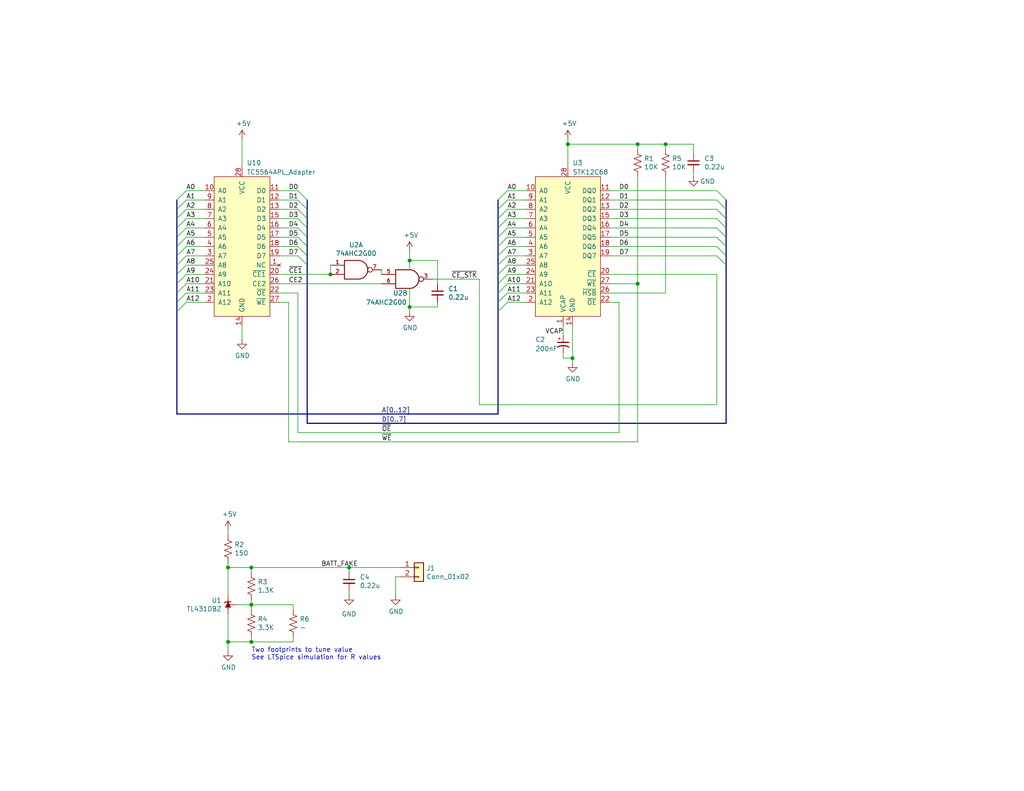
<source format=kicad_sch>
(kicad_sch (version 20211123) (generator eeschema)

  (uuid 00658701-1dc8-45ea-9626-70c1bab0ba47)

  (paper "USLetter")

  (lib_symbols
    (symbol "74xGxx:74AHC2G00" (pin_names (offset 1.016)) (in_bom yes) (on_board yes)
      (property "Reference" "U" (id 0) (at -2.54 3.81 0)
        (effects (font (size 1.27 1.27)))
      )
      (property "Value" "74AHC2G00" (id 1) (at 0 -3.81 0)
        (effects (font (size 1.27 1.27)))
      )
      (property "Footprint" "" (id 2) (at 0 0 0)
        (effects (font (size 1.27 1.27)) hide)
      )
      (property "Datasheet" "https://assets.nexperia.com/documents/data-sheet/74AHC_AHCT2G00.pdf" (id 3) (at 0 0 0)
        (effects (font (size 1.27 1.27)) hide)
      )
      (property "ki_keywords" "Dual Gate NAND LVC CMOS" (id 4) (at 0 0 0)
        (effects (font (size 1.27 1.27)) hide)
      )
      (property "ki_description" "Dual NAND Gate, High-speed Si-gate CMOS" (id 5) (at 0 0 0)
        (effects (font (size 1.27 1.27)) hide)
      )
      (property "ki_fp_filters" "SSOP* VSSOP*" (id 6) (at 0 0 0)
        (effects (font (size 1.27 1.27)) hide)
      )
      (symbol "74AHC2G00_0_1"
        (arc (start 0 -2.54) (mid 2.54 0) (end 0 2.54)
          (stroke (width 0.254) (type default) (color 0 0 0 0))
          (fill (type none))
        )
        (polyline
          (pts
            (xy 0 -2.54)
            (xy -3.81 -2.54)
            (xy -3.81 2.54)
            (xy 0 2.54)
          )
          (stroke (width 0.254) (type default) (color 0 0 0 0))
          (fill (type none))
        )
        (pin power_in line (at 0 -2.54 270) (length 0) hide
          (name "GND" (effects (font (size 1.016 1.016))))
          (number "4" (effects (font (size 1.016 1.016))))
        )
        (pin power_in line (at 0 2.54 90) (length 0) hide
          (name "VCC" (effects (font (size 1.016 1.016))))
          (number "8" (effects (font (size 1.016 1.016))))
        )
      )
      (symbol "74AHC2G00_1_1"
        (pin input line (at -7.62 1.27 0) (length 3.81)
          (name "~" (effects (font (size 1.016 1.016))))
          (number "1" (effects (font (size 1.016 1.016))))
        )
        (pin input line (at -7.62 -1.27 0) (length 3.81)
          (name "~" (effects (font (size 1.016 1.016))))
          (number "2" (effects (font (size 1.016 1.016))))
        )
        (pin output inverted (at 6.35 0 180) (length 3.81)
          (name "~" (effects (font (size 1.016 1.016))))
          (number "7" (effects (font (size 1.016 1.016))))
        )
      )
      (symbol "74AHC2G00_2_1"
        (pin output inverted (at 6.35 0 180) (length 3.81)
          (name "~" (effects (font (size 1.016 1.016))))
          (number "3" (effects (font (size 1.016 1.016))))
        )
        (pin input line (at -7.62 1.27 0) (length 3.81)
          (name "~" (effects (font (size 1.016 1.016))))
          (number "5" (effects (font (size 1.016 1.016))))
        )
        (pin input line (at -7.62 -1.27 0) (length 3.81)
          (name "~" (effects (font (size 1.016 1.016))))
          (number "6" (effects (font (size 1.016 1.016))))
        )
      )
    )
    (symbol "Connector_Generic:Conn_01x02" (pin_names (offset 1.016) hide) (in_bom yes) (on_board yes)
      (property "Reference" "J" (id 0) (at 0 2.54 0)
        (effects (font (size 1.27 1.27)))
      )
      (property "Value" "Conn_01x02" (id 1) (at 0 -5.08 0)
        (effects (font (size 1.27 1.27)))
      )
      (property "Footprint" "" (id 2) (at 0 0 0)
        (effects (font (size 1.27 1.27)) hide)
      )
      (property "Datasheet" "~" (id 3) (at 0 0 0)
        (effects (font (size 1.27 1.27)) hide)
      )
      (property "ki_keywords" "connector" (id 4) (at 0 0 0)
        (effects (font (size 1.27 1.27)) hide)
      )
      (property "ki_description" "Generic connector, single row, 01x02, script generated (kicad-library-utils/schlib/autogen/connector/)" (id 5) (at 0 0 0)
        (effects (font (size 1.27 1.27)) hide)
      )
      (property "ki_fp_filters" "Connector*:*_1x??_*" (id 6) (at 0 0 0)
        (effects (font (size 1.27 1.27)) hide)
      )
      (symbol "Conn_01x02_1_1"
        (rectangle (start -1.27 -2.413) (end 0 -2.667)
          (stroke (width 0.1524) (type default) (color 0 0 0 0))
          (fill (type none))
        )
        (rectangle (start -1.27 0.127) (end 0 -0.127)
          (stroke (width 0.1524) (type default) (color 0 0 0 0))
          (fill (type none))
        )
        (rectangle (start -1.27 1.27) (end 1.27 -3.81)
          (stroke (width 0.254) (type default) (color 0 0 0 0))
          (fill (type background))
        )
        (pin passive line (at -5.08 0 0) (length 3.81)
          (name "Pin_1" (effects (font (size 1.27 1.27))))
          (number "1" (effects (font (size 1.27 1.27))))
        )
        (pin passive line (at -5.08 -2.54 0) (length 3.81)
          (name "Pin_2" (effects (font (size 1.27 1.27))))
          (number "2" (effects (font (size 1.27 1.27))))
        )
      )
    )
    (symbol "Device:C_Polarized_Small_US" (pin_numbers hide) (pin_names (offset 0.254) hide) (in_bom yes) (on_board yes)
      (property "Reference" "C" (id 0) (at 0.254 1.778 0)
        (effects (font (size 1.27 1.27)) (justify left))
      )
      (property "Value" "C_Polarized_Small_US" (id 1) (at 0.254 -2.032 0)
        (effects (font (size 1.27 1.27)) (justify left))
      )
      (property "Footprint" "" (id 2) (at 0 0 0)
        (effects (font (size 1.27 1.27)) hide)
      )
      (property "Datasheet" "~" (id 3) (at 0 0 0)
        (effects (font (size 1.27 1.27)) hide)
      )
      (property "ki_keywords" "cap capacitor" (id 4) (at 0 0 0)
        (effects (font (size 1.27 1.27)) hide)
      )
      (property "ki_description" "Polarized capacitor, small US symbol" (id 5) (at 0 0 0)
        (effects (font (size 1.27 1.27)) hide)
      )
      (property "ki_fp_filters" "CP_*" (id 6) (at 0 0 0)
        (effects (font (size 1.27 1.27)) hide)
      )
      (symbol "C_Polarized_Small_US_0_1"
        (polyline
          (pts
            (xy -1.524 0.508)
            (xy 1.524 0.508)
          )
          (stroke (width 0.3048) (type default) (color 0 0 0 0))
          (fill (type none))
        )
        (polyline
          (pts
            (xy -1.27 1.524)
            (xy -0.762 1.524)
          )
          (stroke (width 0) (type default) (color 0 0 0 0))
          (fill (type none))
        )
        (polyline
          (pts
            (xy -1.016 1.27)
            (xy -1.016 1.778)
          )
          (stroke (width 0) (type default) (color 0 0 0 0))
          (fill (type none))
        )
        (arc (start 1.524 -0.762) (mid 0 -0.3734) (end -1.524 -0.762)
          (stroke (width 0.3048) (type default) (color 0 0 0 0))
          (fill (type none))
        )
      )
      (symbol "C_Polarized_Small_US_1_1"
        (pin passive line (at 0 2.54 270) (length 2.032)
          (name "~" (effects (font (size 1.27 1.27))))
          (number "1" (effects (font (size 1.27 1.27))))
        )
        (pin passive line (at 0 -2.54 90) (length 2.032)
          (name "~" (effects (font (size 1.27 1.27))))
          (number "2" (effects (font (size 1.27 1.27))))
        )
      )
    )
    (symbol "Device:C_Small" (pin_numbers hide) (pin_names (offset 0.254) hide) (in_bom yes) (on_board yes)
      (property "Reference" "C" (id 0) (at 0.254 1.778 0)
        (effects (font (size 1.27 1.27)) (justify left))
      )
      (property "Value" "C_Small" (id 1) (at 0.254 -2.032 0)
        (effects (font (size 1.27 1.27)) (justify left))
      )
      (property "Footprint" "" (id 2) (at 0 0 0)
        (effects (font (size 1.27 1.27)) hide)
      )
      (property "Datasheet" "~" (id 3) (at 0 0 0)
        (effects (font (size 1.27 1.27)) hide)
      )
      (property "ki_keywords" "capacitor cap" (id 4) (at 0 0 0)
        (effects (font (size 1.27 1.27)) hide)
      )
      (property "ki_description" "Unpolarized capacitor, small symbol" (id 5) (at 0 0 0)
        (effects (font (size 1.27 1.27)) hide)
      )
      (property "ki_fp_filters" "C_*" (id 6) (at 0 0 0)
        (effects (font (size 1.27 1.27)) hide)
      )
      (symbol "C_Small_0_1"
        (polyline
          (pts
            (xy -1.524 -0.508)
            (xy 1.524 -0.508)
          )
          (stroke (width 0.3302) (type default) (color 0 0 0 0))
          (fill (type none))
        )
        (polyline
          (pts
            (xy -1.524 0.508)
            (xy 1.524 0.508)
          )
          (stroke (width 0.3048) (type default) (color 0 0 0 0))
          (fill (type none))
        )
      )
      (symbol "C_Small_1_1"
        (pin passive line (at 0 2.54 270) (length 2.032)
          (name "~" (effects (font (size 1.27 1.27))))
          (number "1" (effects (font (size 1.27 1.27))))
        )
        (pin passive line (at 0 -2.54 90) (length 2.032)
          (name "~" (effects (font (size 1.27 1.27))))
          (number "2" (effects (font (size 1.27 1.27))))
        )
      )
    )
    (symbol "Device:R_US" (pin_numbers hide) (pin_names (offset 0)) (in_bom yes) (on_board yes)
      (property "Reference" "R" (id 0) (at 2.54 0 90)
        (effects (font (size 1.27 1.27)))
      )
      (property "Value" "R_US" (id 1) (at -2.54 0 90)
        (effects (font (size 1.27 1.27)))
      )
      (property "Footprint" "" (id 2) (at 1.016 -0.254 90)
        (effects (font (size 1.27 1.27)) hide)
      )
      (property "Datasheet" "~" (id 3) (at 0 0 0)
        (effects (font (size 1.27 1.27)) hide)
      )
      (property "ki_keywords" "R res resistor" (id 4) (at 0 0 0)
        (effects (font (size 1.27 1.27)) hide)
      )
      (property "ki_description" "Resistor, US symbol" (id 5) (at 0 0 0)
        (effects (font (size 1.27 1.27)) hide)
      )
      (property "ki_fp_filters" "R_*" (id 6) (at 0 0 0)
        (effects (font (size 1.27 1.27)) hide)
      )
      (symbol "R_US_0_1"
        (polyline
          (pts
            (xy 0 -2.286)
            (xy 0 -2.54)
          )
          (stroke (width 0) (type default) (color 0 0 0 0))
          (fill (type none))
        )
        (polyline
          (pts
            (xy 0 2.286)
            (xy 0 2.54)
          )
          (stroke (width 0) (type default) (color 0 0 0 0))
          (fill (type none))
        )
        (polyline
          (pts
            (xy 0 -0.762)
            (xy 1.016 -1.143)
            (xy 0 -1.524)
            (xy -1.016 -1.905)
            (xy 0 -2.286)
          )
          (stroke (width 0) (type default) (color 0 0 0 0))
          (fill (type none))
        )
        (polyline
          (pts
            (xy 0 0.762)
            (xy 1.016 0.381)
            (xy 0 0)
            (xy -1.016 -0.381)
            (xy 0 -0.762)
          )
          (stroke (width 0) (type default) (color 0 0 0 0))
          (fill (type none))
        )
        (polyline
          (pts
            (xy 0 2.286)
            (xy 1.016 1.905)
            (xy 0 1.524)
            (xy -1.016 1.143)
            (xy 0 0.762)
          )
          (stroke (width 0) (type default) (color 0 0 0 0))
          (fill (type none))
        )
      )
      (symbol "R_US_1_1"
        (pin passive line (at 0 3.81 270) (length 1.27)
          (name "~" (effects (font (size 1.27 1.27))))
          (number "1" (effects (font (size 1.27 1.27))))
        )
        (pin passive line (at 0 -3.81 90) (length 1.27)
          (name "~" (effects (font (size 1.27 1.27))))
          (number "2" (effects (font (size 1.27 1.27))))
        )
      )
    )
    (symbol "Memory_NVRAM_Cypress:STK12C68" (pin_names (offset 1.016)) (in_bom yes) (on_board yes)
      (property "Reference" "U" (id 0) (at -8.89 20.32 0)
        (effects (font (size 1.27 1.27)))
      )
      (property "Value" "STK12C68" (id 1) (at 7.62 -20.32 0)
        (effects (font (size 1.27 1.27)))
      )
      (property "Footprint" "Package_SO_Cypress:SOIC-28W_8.7x18.4mm_P1.27mm" (id 2) (at -8.89 20.32 0)
        (effects (font (size 1.27 1.27)) hide)
      )
      (property "Datasheet" "https://www.infineon.com/dgdl/Infineon-STK12C68_64_Kbit_(8_K_x_8)_AutoStore_nvSRAM_Datasheet-AdditionalTechnicalInformation-v09_00-EN.pdf" (id 3) (at -8.89 20.32 0)
        (effects (font (size 1.27 1.27)) hide)
      )
      (property "ki_description" "64 Kbit (8 K x 8) AutoStore nvSRAM" (id 4) (at 0 0 0)
        (effects (font (size 1.27 1.27)) hide)
      )
      (symbol "STK12C68_0_1"
        (rectangle (start -8.89 19.05) (end 8.89 -19.05)
          (stroke (width 0) (type default) (color 0 0 0 0))
          (fill (type background))
        )
      )
      (symbol "STK12C68_1_1"
        (pin power_out line (at -1.27 -21.59 90) (length 2.54)
          (name "VCAP" (effects (font (size 1.27 1.27))))
          (number "1" (effects (font (size 1.27 1.27))))
        )
        (pin input line (at -11.43 15.24 0) (length 2.54)
          (name "A0" (effects (font (size 1.27 1.27))))
          (number "10" (effects (font (size 1.27 1.27))))
        )
        (pin tri_state line (at 11.43 15.24 180) (length 2.54)
          (name "DQ0" (effects (font (size 1.27 1.27))))
          (number "11" (effects (font (size 1.27 1.27))))
        )
        (pin tri_state line (at 11.43 12.7 180) (length 2.54)
          (name "DQ1" (effects (font (size 1.27 1.27))))
          (number "12" (effects (font (size 1.27 1.27))))
        )
        (pin tri_state line (at 11.43 10.16 180) (length 2.54)
          (name "DQ2" (effects (font (size 1.27 1.27))))
          (number "13" (effects (font (size 1.27 1.27))))
        )
        (pin power_in line (at 1.27 -21.59 90) (length 2.54)
          (name "GND" (effects (font (size 1.27 1.27))))
          (number "14" (effects (font (size 1.27 1.27))))
        )
        (pin tri_state line (at 11.43 7.62 180) (length 2.54)
          (name "DQ3" (effects (font (size 1.27 1.27))))
          (number "15" (effects (font (size 1.27 1.27))))
        )
        (pin tri_state line (at 11.43 5.08 180) (length 2.54)
          (name "DQ4" (effects (font (size 1.27 1.27))))
          (number "16" (effects (font (size 1.27 1.27))))
        )
        (pin tri_state line (at 11.43 2.54 180) (length 2.54)
          (name "DQ5" (effects (font (size 1.27 1.27))))
          (number "17" (effects (font (size 1.27 1.27))))
        )
        (pin tri_state line (at 11.43 0 180) (length 2.54)
          (name "DQ6" (effects (font (size 1.27 1.27))))
          (number "18" (effects (font (size 1.27 1.27))))
        )
        (pin tri_state line (at 11.43 -2.54 180) (length 2.54)
          (name "DQ7" (effects (font (size 1.27 1.27))))
          (number "19" (effects (font (size 1.27 1.27))))
        )
        (pin input line (at -11.43 -15.24 0) (length 2.54)
          (name "A12" (effects (font (size 1.27 1.27))))
          (number "2" (effects (font (size 1.27 1.27))))
        )
        (pin input line (at 11.43 -7.62 180) (length 2.54)
          (name "~{CE}" (effects (font (size 1.27 1.27))))
          (number "20" (effects (font (size 1.27 1.27))))
        )
        (pin input line (at -11.43 -10.16 0) (length 2.54)
          (name "A10" (effects (font (size 1.27 1.27))))
          (number "21" (effects (font (size 1.27 1.27))))
        )
        (pin input line (at 11.43 -15.24 180) (length 2.54)
          (name "~{OE}" (effects (font (size 1.27 1.27))))
          (number "22" (effects (font (size 1.27 1.27))))
        )
        (pin input line (at -11.43 -12.7 0) (length 2.54)
          (name "A11" (effects (font (size 1.27 1.27))))
          (number "23" (effects (font (size 1.27 1.27))))
        )
        (pin input line (at -11.43 -7.62 0) (length 2.54)
          (name "A9" (effects (font (size 1.27 1.27))))
          (number "24" (effects (font (size 1.27 1.27))))
        )
        (pin input line (at -11.43 -5.08 0) (length 2.54)
          (name "A8" (effects (font (size 1.27 1.27))))
          (number "25" (effects (font (size 1.27 1.27))))
        )
        (pin input line (at 11.43 -12.7 180) (length 2.54)
          (name "~{HSB}" (effects (font (size 1.27 1.27))))
          (number "26" (effects (font (size 1.27 1.27))))
        )
        (pin input line (at 11.43 -10.16 180) (length 2.54)
          (name "~{WE}" (effects (font (size 1.27 1.27))))
          (number "27" (effects (font (size 1.27 1.27))))
        )
        (pin power_in line (at 0 21.59 270) (length 2.54)
          (name "VCC" (effects (font (size 1.27 1.27))))
          (number "28" (effects (font (size 1.27 1.27))))
        )
        (pin input line (at -11.43 -2.54 0) (length 2.54)
          (name "A7" (effects (font (size 1.27 1.27))))
          (number "3" (effects (font (size 1.27 1.27))))
        )
        (pin input line (at -11.43 0 0) (length 2.54)
          (name "A6" (effects (font (size 1.27 1.27))))
          (number "4" (effects (font (size 1.27 1.27))))
        )
        (pin input line (at -11.43 2.54 0) (length 2.54)
          (name "A5" (effects (font (size 1.27 1.27))))
          (number "5" (effects (font (size 1.27 1.27))))
        )
        (pin input line (at -11.43 5.08 0) (length 2.54)
          (name "A4" (effects (font (size 1.27 1.27))))
          (number "6" (effects (font (size 1.27 1.27))))
        )
        (pin input line (at -11.43 7.62 0) (length 2.54)
          (name "A3" (effects (font (size 1.27 1.27))))
          (number "7" (effects (font (size 1.27 1.27))))
        )
        (pin input line (at -11.43 10.16 0) (length 2.54)
          (name "A2" (effects (font (size 1.27 1.27))))
          (number "8" (effects (font (size 1.27 1.27))))
        )
        (pin input line (at -11.43 12.7 0) (length 2.54)
          (name "A1" (effects (font (size 1.27 1.27))))
          (number "9" (effects (font (size 1.27 1.27))))
        )
      )
    )
    (symbol "Memory_RAM_Toshiba:TC5564APL_Adapter" (pin_names (offset 1.016)) (in_bom yes) (on_board yes)
      (property "Reference" "U" (id 0) (at -7.62 20.32 0)
        (effects (font (size 1.27 1.27)))
      )
      (property "Value" "TC5564APL_Adapter" (id 1) (at 10.16 -20.32 0)
        (effects (font (size 1.27 1.27)))
      )
      (property "Footprint" "Package_DIP_Adapter:DIP-28_W15.24mm_Socket_Adapter" (id 2) (at -7.62 20.32 0)
        (effects (font (size 1.27 1.27)) hide)
      )
      (property "Datasheet" "" (id 3) (at -7.62 20.32 0)
        (effects (font (size 1.27 1.27)) hide)
      )
      (property "ki_keywords" "SRAM" (id 4) (at 0 0 0)
        (effects (font (size 1.27 1.27)) hide)
      )
      (property "ki_description" "Replace the 8192 word x 8 bit CMOS Static RAM" (id 5) (at 0 0 0)
        (effects (font (size 1.27 1.27)) hide)
      )
      (symbol "TC5564APL_Adapter_0_1"
        (rectangle (start -7.62 19.05) (end 7.62 -19.05)
          (stroke (width 0) (type default) (color 0 0 0 0))
          (fill (type background))
        )
      )
      (symbol "TC5564APL_Adapter_1_1"
        (pin no_connect line (at 10.16 -5.08 180) (length 2.54)
          (name "NC" (effects (font (size 1.27 1.27))))
          (number "1" (effects (font (size 1.27 1.27))))
        )
        (pin output line (at -10.16 15.24 0) (length 2.54)
          (name "A0" (effects (font (size 1.27 1.27))))
          (number "10" (effects (font (size 1.27 1.27))))
        )
        (pin tri_state line (at 10.16 15.24 180) (length 2.54)
          (name "D0" (effects (font (size 1.27 1.27))))
          (number "11" (effects (font (size 1.27 1.27))))
        )
        (pin tri_state line (at 10.16 12.7 180) (length 2.54)
          (name "D1" (effects (font (size 1.27 1.27))))
          (number "12" (effects (font (size 1.27 1.27))))
        )
        (pin tri_state line (at 10.16 10.16 180) (length 2.54)
          (name "D2" (effects (font (size 1.27 1.27))))
          (number "13" (effects (font (size 1.27 1.27))))
        )
        (pin power_out line (at 0 -21.59 90) (length 2.54)
          (name "GND" (effects (font (size 1.27 1.27))))
          (number "14" (effects (font (size 1.27 1.27))))
        )
        (pin tri_state line (at 10.16 7.62 180) (length 2.54)
          (name "D3" (effects (font (size 1.27 1.27))))
          (number "15" (effects (font (size 1.27 1.27))))
        )
        (pin tri_state line (at 10.16 5.08 180) (length 2.54)
          (name "D4" (effects (font (size 1.27 1.27))))
          (number "16" (effects (font (size 1.27 1.27))))
        )
        (pin tri_state line (at 10.16 2.54 180) (length 2.54)
          (name "D5" (effects (font (size 1.27 1.27))))
          (number "17" (effects (font (size 1.27 1.27))))
        )
        (pin tri_state line (at 10.16 0 180) (length 2.54)
          (name "D6" (effects (font (size 1.27 1.27))))
          (number "18" (effects (font (size 1.27 1.27))))
        )
        (pin tri_state line (at 10.16 -2.54 180) (length 2.54)
          (name "D7" (effects (font (size 1.27 1.27))))
          (number "19" (effects (font (size 1.27 1.27))))
        )
        (pin output line (at -10.16 -15.24 0) (length 2.54)
          (name "A12" (effects (font (size 1.27 1.27))))
          (number "2" (effects (font (size 1.27 1.27))))
        )
        (pin output line (at 10.16 -7.62 180) (length 2.54)
          (name "~{CE1}" (effects (font (size 1.27 1.27))))
          (number "20" (effects (font (size 1.27 1.27))))
        )
        (pin output line (at -10.16 -10.16 0) (length 2.54)
          (name "A10" (effects (font (size 1.27 1.27))))
          (number "21" (effects (font (size 1.27 1.27))))
        )
        (pin output line (at 10.16 -12.7 180) (length 2.54)
          (name "~{OE}" (effects (font (size 1.27 1.27))))
          (number "22" (effects (font (size 1.27 1.27))))
        )
        (pin output line (at -10.16 -12.7 0) (length 2.54)
          (name "A11" (effects (font (size 1.27 1.27))))
          (number "23" (effects (font (size 1.27 1.27))))
        )
        (pin output line (at -10.16 -7.62 0) (length 2.54)
          (name "A9" (effects (font (size 1.27 1.27))))
          (number "24" (effects (font (size 1.27 1.27))))
        )
        (pin output line (at -10.16 -5.08 0) (length 2.54)
          (name "A8" (effects (font (size 1.27 1.27))))
          (number "25" (effects (font (size 1.27 1.27))))
        )
        (pin output line (at 10.16 -10.16 180) (length 2.54)
          (name "CE2" (effects (font (size 1.27 1.27))))
          (number "26" (effects (font (size 1.27 1.27))))
        )
        (pin output line (at 10.16 -15.24 180) (length 2.54)
          (name "~{WE}" (effects (font (size 1.27 1.27))))
          (number "27" (effects (font (size 1.27 1.27))))
        )
        (pin power_out line (at 0 21.59 270) (length 2.54)
          (name "VCC" (effects (font (size 1.27 1.27))))
          (number "28" (effects (font (size 1.27 1.27))))
        )
        (pin output line (at -10.16 -2.54 0) (length 2.54)
          (name "A7" (effects (font (size 1.27 1.27))))
          (number "3" (effects (font (size 1.27 1.27))))
        )
        (pin output line (at -10.16 0 0) (length 2.54)
          (name "A6" (effects (font (size 1.27 1.27))))
          (number "4" (effects (font (size 1.27 1.27))))
        )
        (pin output line (at -10.16 2.54 0) (length 2.54)
          (name "A5" (effects (font (size 1.27 1.27))))
          (number "5" (effects (font (size 1.27 1.27))))
        )
        (pin output line (at -10.16 5.08 0) (length 2.54)
          (name "A4" (effects (font (size 1.27 1.27))))
          (number "6" (effects (font (size 1.27 1.27))))
        )
        (pin output line (at -10.16 7.62 0) (length 2.54)
          (name "A3" (effects (font (size 1.27 1.27))))
          (number "7" (effects (font (size 1.27 1.27))))
        )
        (pin output line (at -10.16 10.16 0) (length 2.54)
          (name "A2" (effects (font (size 1.27 1.27))))
          (number "8" (effects (font (size 1.27 1.27))))
        )
        (pin output line (at -10.16 12.7 0) (length 2.54)
          (name "A1" (effects (font (size 1.27 1.27))))
          (number "9" (effects (font (size 1.27 1.27))))
        )
      )
    )
    (symbol "Reference_Voltage:TL431DBZ" (pin_numbers hide) (pin_names hide) (in_bom yes) (on_board yes)
      (property "Reference" "U" (id 0) (at -2.54 2.54 0)
        (effects (font (size 1.27 1.27)))
      )
      (property "Value" "TL431DBZ" (id 1) (at 0 -2.54 0)
        (effects (font (size 1.27 1.27)))
      )
      (property "Footprint" "Package_TO_SOT_SMD:SOT-23" (id 2) (at 0 -3.81 0)
        (effects (font (size 1.27 1.27) italic) hide)
      )
      (property "Datasheet" "http://www.ti.com/lit/ds/symlink/tl431.pdf" (id 3) (at 0 0 0)
        (effects (font (size 1.27 1.27) italic) hide)
      )
      (property "ki_keywords" "diode device shunt regulator" (id 4) (at 0 0 0)
        (effects (font (size 1.27 1.27)) hide)
      )
      (property "ki_description" "Shunt Regulator, SOT-23" (id 5) (at 0 0 0)
        (effects (font (size 1.27 1.27)) hide)
      )
      (property "ki_fp_filters" "SOT?23*" (id 6) (at 0 0 0)
        (effects (font (size 1.27 1.27)) hide)
      )
      (symbol "TL431DBZ_0_1"
        (polyline
          (pts
            (xy -1.27 0)
            (xy 0 0)
            (xy 1.27 0)
          )
          (stroke (width 0) (type default) (color 0 0 0 0))
          (fill (type none))
        )
        (polyline
          (pts
            (xy -0.762 0.762)
            (xy 0.762 0)
            (xy -0.762 -0.762)
          )
          (stroke (width 0) (type default) (color 0 0 0 0))
          (fill (type outline))
        )
        (polyline
          (pts
            (xy 0.508 -1.016)
            (xy 0.762 -0.762)
            (xy 0.762 0.762)
            (xy 0.762 0.762)
          )
          (stroke (width 0.254) (type default) (color 0 0 0 0))
          (fill (type none))
        )
      )
      (symbol "TL431DBZ_1_1"
        (pin passive line (at 2.54 0 180) (length 2.54)
          (name "K" (effects (font (size 1.27 1.27))))
          (number "1" (effects (font (size 1.27 1.27))))
        )
        (pin passive line (at 0 2.54 270) (length 2.54)
          (name "REF" (effects (font (size 1.27 1.27))))
          (number "2" (effects (font (size 1.27 1.27))))
        )
        (pin passive line (at -2.54 0 0) (length 2.54)
          (name "A" (effects (font (size 1.27 1.27))))
          (number "3" (effects (font (size 1.27 1.27))))
        )
      )
    )
    (symbol "power:+5V" (power) (pin_names (offset 0)) (in_bom yes) (on_board yes)
      (property "Reference" "#PWR" (id 0) (at 0 -3.81 0)
        (effects (font (size 1.27 1.27)) hide)
      )
      (property "Value" "+5V" (id 1) (at 0 3.556 0)
        (effects (font (size 1.27 1.27)))
      )
      (property "Footprint" "" (id 2) (at 0 0 0)
        (effects (font (size 1.27 1.27)) hide)
      )
      (property "Datasheet" "" (id 3) (at 0 0 0)
        (effects (font (size 1.27 1.27)) hide)
      )
      (property "ki_keywords" "power-flag" (id 4) (at 0 0 0)
        (effects (font (size 1.27 1.27)) hide)
      )
      (property "ki_description" "Power symbol creates a global label with name \"+5V\"" (id 5) (at 0 0 0)
        (effects (font (size 1.27 1.27)) hide)
      )
      (symbol "+5V_0_1"
        (polyline
          (pts
            (xy -0.762 1.27)
            (xy 0 2.54)
          )
          (stroke (width 0) (type default) (color 0 0 0 0))
          (fill (type none))
        )
        (polyline
          (pts
            (xy 0 0)
            (xy 0 2.54)
          )
          (stroke (width 0) (type default) (color 0 0 0 0))
          (fill (type none))
        )
        (polyline
          (pts
            (xy 0 2.54)
            (xy 0.762 1.27)
          )
          (stroke (width 0) (type default) (color 0 0 0 0))
          (fill (type none))
        )
      )
      (symbol "+5V_1_1"
        (pin power_in line (at 0 0 90) (length 0) hide
          (name "+5V" (effects (font (size 1.27 1.27))))
          (number "1" (effects (font (size 1.27 1.27))))
        )
      )
    )
    (symbol "power:GND" (power) (pin_names (offset 0)) (in_bom yes) (on_board yes)
      (property "Reference" "#PWR" (id 0) (at 0 -6.35 0)
        (effects (font (size 1.27 1.27)) hide)
      )
      (property "Value" "GND" (id 1) (at 0 -3.81 0)
        (effects (font (size 1.27 1.27)))
      )
      (property "Footprint" "" (id 2) (at 0 0 0)
        (effects (font (size 1.27 1.27)) hide)
      )
      (property "Datasheet" "" (id 3) (at 0 0 0)
        (effects (font (size 1.27 1.27)) hide)
      )
      (property "ki_keywords" "power-flag" (id 4) (at 0 0 0)
        (effects (font (size 1.27 1.27)) hide)
      )
      (property "ki_description" "Power symbol creates a global label with name \"GND\" , ground" (id 5) (at 0 0 0)
        (effects (font (size 1.27 1.27)) hide)
      )
      (symbol "GND_0_1"
        (polyline
          (pts
            (xy 0 0)
            (xy 0 -1.27)
            (xy 1.27 -1.27)
            (xy 0 -2.54)
            (xy -1.27 -1.27)
            (xy 0 -1.27)
          )
          (stroke (width 0) (type default) (color 0 0 0 0))
          (fill (type none))
        )
      )
      (symbol "GND_1_1"
        (pin power_in line (at 0 0 270) (length 0) hide
          (name "GND" (effects (font (size 1.27 1.27))))
          (number "1" (effects (font (size 1.27 1.27))))
        )
      )
    )
  )

  (junction (at 90.17 74.93) (diameter 0) (color 0 0 0 0)
    (uuid 00e2443c-6a79-4fcb-ac27-a7e59cf48411)
  )
  (junction (at 68.58 175.26) (diameter 0) (color 0 0 0 0)
    (uuid 0f0a2a38-efbb-429b-bae7-6eacd5e5b87c)
  )
  (junction (at 68.58 154.94) (diameter 0) (color 0 0 0 0)
    (uuid 121a16cd-3ae2-4f56-aaac-5bfde85b50b4)
  )
  (junction (at 62.23 175.26) (diameter 0) (color 0 0 0 0)
    (uuid 18fa5d41-ece9-4ef5-ac32-953d26fd4c5f)
  )
  (junction (at 154.94 39.37) (diameter 0) (color 0 0 0 0)
    (uuid 2370e541-ee49-442f-b81e-71b1c2d26ff1)
  )
  (junction (at 111.76 83.82) (diameter 0) (color 0 0 0 0)
    (uuid 2732c230-5fc7-4e2d-9a05-555997317042)
  )
  (junction (at 111.76 71.12) (diameter 0) (color 0 0 0 0)
    (uuid 479c0ebf-f027-4806-9587-0ce48adc354d)
  )
  (junction (at 173.99 77.47) (diameter 0) (color 0 0 0 0)
    (uuid 4b6a2317-4862-4aec-8152-45427a46e143)
  )
  (junction (at 95.25 154.94) (diameter 0) (color 0 0 0 0)
    (uuid 4cf075d7-f3ff-46ec-9aec-7582b74d6bf3)
  )
  (junction (at 156.21 97.79) (diameter 0) (color 0 0 0 0)
    (uuid 9ba99d6a-f4bb-49be-a93a-e41227665e54)
  )
  (junction (at 62.23 154.94) (diameter 0) (color 0 0 0 0)
    (uuid bd950cd3-9409-462d-a613-1e1ce3359c17)
  )
  (junction (at 173.99 39.37) (diameter 0) (color 0 0 0 0)
    (uuid d8378866-c4c6-4f4a-a991-c6579895b051)
  )
  (junction (at 68.58 165.1) (diameter 0) (color 0 0 0 0)
    (uuid dcb5aaa7-834f-4412-a212-1e2faacd06c8)
  )
  (junction (at 181.61 39.37) (diameter 0) (color 0 0 0 0)
    (uuid e2e4f887-fafe-4361-92ca-8b14b4bdc14e)
  )

  (bus_entry (at 81.28 62.23) (size 2.54 2.54)
    (stroke (width 0) (type default) (color 0 0 0 0))
    (uuid 0508424a-2443-4767-93e8-0f839bf4c090)
  )
  (bus_entry (at 195.58 64.77) (size 2.54 2.54)
    (stroke (width 0) (type default) (color 0 0 0 0))
    (uuid 179a7451-778b-49b6-87a9-75a1de840b4c)
  )
  (bus_entry (at 48.26 69.85) (size 2.54 -2.54)
    (stroke (width 0) (type default) (color 0 0 0 0))
    (uuid 2c12d9b0-c668-428b-a3ee-41a2f6d10c85)
  )
  (bus_entry (at 135.89 74.93) (size 2.54 -2.54)
    (stroke (width 0) (type default) (color 0 0 0 0))
    (uuid 37c88eaf-0eeb-4c7a-8364-d00229a91928)
  )
  (bus_entry (at 195.58 67.31) (size 2.54 2.54)
    (stroke (width 0) (type default) (color 0 0 0 0))
    (uuid 3b1abe3f-dab2-4678-a691-42f93ca3c306)
  )
  (bus_entry (at 135.89 64.77) (size 2.54 -2.54)
    (stroke (width 0) (type default) (color 0 0 0 0))
    (uuid 3efb5bcb-ad6b-494c-ae65-08cbf83cc570)
  )
  (bus_entry (at 81.28 57.15) (size 2.54 2.54)
    (stroke (width 0) (type default) (color 0 0 0 0))
    (uuid 447a538f-8a14-45e8-98b7-083493d04eef)
  )
  (bus_entry (at 48.26 72.39) (size 2.54 -2.54)
    (stroke (width 0) (type default) (color 0 0 0 0))
    (uuid 4a221e84-0f28-4968-87da-42be18969d6b)
  )
  (bus_entry (at 48.26 80.01) (size 2.54 -2.54)
    (stroke (width 0) (type default) (color 0 0 0 0))
    (uuid 4aa37346-8cb7-4575-b40a-cbb2f0ed2f2e)
  )
  (bus_entry (at 48.26 77.47) (size 2.54 -2.54)
    (stroke (width 0) (type default) (color 0 0 0 0))
    (uuid 4e1f7bf4-962b-44ee-a768-34e38c496d76)
  )
  (bus_entry (at 135.89 59.69) (size 2.54 -2.54)
    (stroke (width 0) (type default) (color 0 0 0 0))
    (uuid 5086c52d-38c0-4494-8a14-690ce308c4d0)
  )
  (bus_entry (at 195.58 54.61) (size 2.54 2.54)
    (stroke (width 0) (type default) (color 0 0 0 0))
    (uuid 5457d9aa-6012-48d6-8370-3e850a044eae)
  )
  (bus_entry (at 195.58 59.69) (size 2.54 2.54)
    (stroke (width 0) (type default) (color 0 0 0 0))
    (uuid 573846e8-e184-4e1d-b2b7-d26ff652ce7b)
  )
  (bus_entry (at 81.28 54.61) (size 2.54 2.54)
    (stroke (width 0) (type default) (color 0 0 0 0))
    (uuid 581834ab-e3ce-426d-a0cc-1bd406d1c6ac)
  )
  (bus_entry (at 135.89 82.55) (size 2.54 -2.54)
    (stroke (width 0) (type default) (color 0 0 0 0))
    (uuid 5fa64b8a-743b-4a43-ba8d-9ac732a14776)
  )
  (bus_entry (at 135.89 72.39) (size 2.54 -2.54)
    (stroke (width 0) (type default) (color 0 0 0 0))
    (uuid 628ab980-b6b1-4828-ac2d-527b2c101ce8)
  )
  (bus_entry (at 48.26 82.55) (size 2.54 -2.54)
    (stroke (width 0) (type default) (color 0 0 0 0))
    (uuid 64adb6be-7131-4189-b221-6a3fa52fefdd)
  )
  (bus_entry (at 81.28 59.69) (size 2.54 2.54)
    (stroke (width 0) (type default) (color 0 0 0 0))
    (uuid 65041f21-2069-44d7-8a9c-bea471e6a5f0)
  )
  (bus_entry (at 135.89 77.47) (size 2.54 -2.54)
    (stroke (width 0) (type default) (color 0 0 0 0))
    (uuid 71b88b22-00c5-4a36-a10f-08444fbe04c7)
  )
  (bus_entry (at 48.26 57.15) (size 2.54 -2.54)
    (stroke (width 0) (type default) (color 0 0 0 0))
    (uuid 71c85676-18d8-4752-b9ef-41b07b3c3849)
  )
  (bus_entry (at 135.89 80.01) (size 2.54 -2.54)
    (stroke (width 0) (type default) (color 0 0 0 0))
    (uuid 775ec936-b4b6-4f25-b3f4-dbb19a7f901e)
  )
  (bus_entry (at 81.28 52.07) (size 2.54 2.54)
    (stroke (width 0) (type default) (color 0 0 0 0))
    (uuid 7e18495f-a50c-4614-830f-7e06f553c407)
  )
  (bus_entry (at 48.26 74.93) (size 2.54 -2.54)
    (stroke (width 0) (type default) (color 0 0 0 0))
    (uuid 82b6c3d4-0483-4fcc-a882-44d0a5ec3265)
  )
  (bus_entry (at 48.26 64.77) (size 2.54 -2.54)
    (stroke (width 0) (type default) (color 0 0 0 0))
    (uuid 83fba6a1-0c36-4b6a-a433-059f9a722892)
  )
  (bus_entry (at 48.26 54.61) (size 2.54 -2.54)
    (stroke (width 0) (type default) (color 0 0 0 0))
    (uuid 913cab13-4d98-494d-9dfd-bc4b21dd6de7)
  )
  (bus_entry (at 135.89 54.61) (size 2.54 -2.54)
    (stroke (width 0) (type default) (color 0 0 0 0))
    (uuid a9c17eb6-49fd-4840-87ce-e3f32676aabc)
  )
  (bus_entry (at 135.89 69.85) (size 2.54 -2.54)
    (stroke (width 0) (type default) (color 0 0 0 0))
    (uuid b40db1d5-da52-46dc-8167-eb0ef3068e84)
  )
  (bus_entry (at 81.28 64.77) (size 2.54 2.54)
    (stroke (width 0) (type default) (color 0 0 0 0))
    (uuid b43c600e-2c9d-4bda-a41c-39c59e71557f)
  )
  (bus_entry (at 48.26 62.23) (size 2.54 -2.54)
    (stroke (width 0) (type default) (color 0 0 0 0))
    (uuid b446aa48-3b95-4d93-99dc-9a20e5ac8fad)
  )
  (bus_entry (at 195.58 52.07) (size 2.54 2.54)
    (stroke (width 0) (type default) (color 0 0 0 0))
    (uuid b8bd4625-2bbb-4907-93e4-dbf452910028)
  )
  (bus_entry (at 48.26 67.31) (size 2.54 -2.54)
    (stroke (width 0) (type default) (color 0 0 0 0))
    (uuid c1ce8e15-cdb6-4ed7-a2e7-c9a9de04b2a3)
  )
  (bus_entry (at 135.89 62.23) (size 2.54 -2.54)
    (stroke (width 0) (type default) (color 0 0 0 0))
    (uuid c4be3f63-bb38-4d5d-91aa-cc965dcede4c)
  )
  (bus_entry (at 81.28 69.85) (size 2.54 2.54)
    (stroke (width 0) (type default) (color 0 0 0 0))
    (uuid cfdbf394-7ac9-4070-838e-2ab8fda5cf94)
  )
  (bus_entry (at 81.28 67.31) (size 2.54 2.54)
    (stroke (width 0) (type default) (color 0 0 0 0))
    (uuid e361171e-0378-4f6b-9ca7-77a9526c40df)
  )
  (bus_entry (at 195.58 57.15) (size 2.54 2.54)
    (stroke (width 0) (type default) (color 0 0 0 0))
    (uuid e57ae287-3176-47a4-b1f4-fea523985070)
  )
  (bus_entry (at 135.89 67.31) (size 2.54 -2.54)
    (stroke (width 0) (type default) (color 0 0 0 0))
    (uuid e75f8cea-7b88-4a47-9bf1-30c00984bbaa)
  )
  (bus_entry (at 135.89 85.09) (size 2.54 -2.54)
    (stroke (width 0) (type default) (color 0 0 0 0))
    (uuid e95dba5b-8241-4d6d-886e-d0c6d8c7f758)
  )
  (bus_entry (at 48.26 85.09) (size 2.54 -2.54)
    (stroke (width 0) (type default) (color 0 0 0 0))
    (uuid f0653526-a0bb-4288-a458-ad667225f4a0)
  )
  (bus_entry (at 195.58 69.85) (size 2.54 2.54)
    (stroke (width 0) (type default) (color 0 0 0 0))
    (uuid f7bff219-a0fc-48a8-862b-1ce5eaf44ad2)
  )
  (bus_entry (at 135.89 57.15) (size 2.54 -2.54)
    (stroke (width 0) (type default) (color 0 0 0 0))
    (uuid f7ceb055-1531-4073-978d-3098039bbadf)
  )
  (bus_entry (at 48.26 59.69) (size 2.54 -2.54)
    (stroke (width 0) (type default) (color 0 0 0 0))
    (uuid fa6c11c4-c529-4558-801c-442dc58e32bc)
  )
  (bus_entry (at 195.58 62.23) (size 2.54 2.54)
    (stroke (width 0) (type default) (color 0 0 0 0))
    (uuid fe984fc0-4ed4-4d2e-9c06-59bdf03f09c5)
  )

  (wire (pts (xy 119.38 71.12) (xy 111.76 71.12))
    (stroke (width 0) (type default) (color 0 0 0 0))
    (uuid 02eb3252-3abc-4f2c-9eee-aa83a87d7a0e)
  )
  (wire (pts (xy 189.23 39.37) (xy 189.23 41.91))
    (stroke (width 0) (type default) (color 0 0 0 0))
    (uuid 084138e9-2c0d-4520-a93d-b9da7648c60e)
  )
  (bus (pts (xy 198.12 67.31) (xy 198.12 69.85))
    (stroke (width 0) (type default) (color 0 0 0 0))
    (uuid 0a56a818-7c64-4060-897b-7c4c809bdbc3)
  )

  (wire (pts (xy 154.94 39.37) (xy 154.94 38.1))
    (stroke (width 0) (type default) (color 0 0 0 0))
    (uuid 0c3b327b-6909-490c-a53a-771d9a5a09f0)
  )
  (wire (pts (xy 62.23 167.64) (xy 62.23 175.26))
    (stroke (width 0) (type default) (color 0 0 0 0))
    (uuid 0c595816-4450-49f0-8530-2e38a5a0c9db)
  )
  (wire (pts (xy 95.25 154.94) (xy 109.22 154.94))
    (stroke (width 0) (type default) (color 0 0 0 0))
    (uuid 115e02e6-c3f0-4e7d-9182-0b4691f450bb)
  )
  (wire (pts (xy 143.51 82.55) (xy 138.43 82.55))
    (stroke (width 0) (type default) (color 0 0 0 0))
    (uuid 1653aed0-c375-4c92-b13b-22b5d2e9c1ba)
  )
  (wire (pts (xy 173.99 77.47) (xy 173.99 48.26))
    (stroke (width 0) (type default) (color 0 0 0 0))
    (uuid 18cb074e-fbe9-4399-b782-58b5f8a9cbab)
  )
  (bus (pts (xy 48.26 74.93) (xy 48.26 77.47))
    (stroke (width 0) (type default) (color 0 0 0 0))
    (uuid 19dec6ef-f46d-4676-a494-46733a574533)
  )
  (bus (pts (xy 83.82 62.23) (xy 83.82 64.77))
    (stroke (width 0) (type default) (color 0 0 0 0))
    (uuid 1c4e8270-b6f3-4f28-a5d0-8542c655d3f1)
  )

  (wire (pts (xy 68.58 165.1) (xy 80.01 165.1))
    (stroke (width 0) (type default) (color 0 0 0 0))
    (uuid 1cdb3334-3c63-4285-abb7-3815f32de655)
  )
  (bus (pts (xy 83.82 54.61) (xy 83.82 57.15))
    (stroke (width 0) (type default) (color 0 0 0 0))
    (uuid 1d21cfd8-5016-45b1-bd79-7f5feff864b5)
  )

  (wire (pts (xy 143.51 77.47) (xy 138.43 77.47))
    (stroke (width 0) (type default) (color 0 0 0 0))
    (uuid 1f148b69-caa3-4675-a193-c7d254479289)
  )
  (wire (pts (xy 55.88 82.55) (xy 50.8 82.55))
    (stroke (width 0) (type default) (color 0 0 0 0))
    (uuid 1f5e71dc-8ccf-4a74-9515-4c165ad15ea7)
  )
  (wire (pts (xy 55.88 59.69) (xy 50.8 59.69))
    (stroke (width 0) (type default) (color 0 0 0 0))
    (uuid 1fbb2975-ac8d-44aa-859c-c13e4394ceeb)
  )
  (bus (pts (xy 135.89 69.85) (xy 135.89 72.39))
    (stroke (width 0) (type default) (color 0 0 0 0))
    (uuid 203f0027-5f48-427e-a401-6e5bade3d548)
  )

  (wire (pts (xy 76.2 64.77) (xy 81.28 64.77))
    (stroke (width 0) (type default) (color 0 0 0 0))
    (uuid 21198931-e6ea-42c1-83db-f58ae829ba7f)
  )
  (bus (pts (xy 48.26 77.47) (xy 48.26 80.01))
    (stroke (width 0) (type default) (color 0 0 0 0))
    (uuid 222a65db-12df-4ec9-a9cb-f24fab07df4a)
  )

  (wire (pts (xy 64.77 165.1) (xy 68.58 165.1))
    (stroke (width 0) (type default) (color 0 0 0 0))
    (uuid 228abcc8-ebdc-4fd8-b31d-9c99f57c7a36)
  )
  (bus (pts (xy 83.82 115.57) (xy 198.12 115.57))
    (stroke (width 0) (type default) (color 0 0 0 0))
    (uuid 22935e9a-8da1-4e8c-9031-92dc7dfcf5ff)
  )
  (bus (pts (xy 135.89 67.31) (xy 135.89 69.85))
    (stroke (width 0) (type default) (color 0 0 0 0))
    (uuid 238f3e89-a55b-4c72-b6cd-b9133d650dd8)
  )

  (wire (pts (xy 90.17 72.39) (xy 90.17 74.93))
    (stroke (width 0) (type default) (color 0 0 0 0))
    (uuid 2636e2e5-1360-4f1d-bfea-88c4398ce0cf)
  )
  (wire (pts (xy 181.61 80.01) (xy 166.37 80.01))
    (stroke (width 0) (type default) (color 0 0 0 0))
    (uuid 2959c52c-3ad9-4cef-b900-b76aac4e7e00)
  )
  (bus (pts (xy 83.82 59.69) (xy 83.82 62.23))
    (stroke (width 0) (type default) (color 0 0 0 0))
    (uuid 299ec75d-6539-466c-ac46-6e72f0e2a767)
  )

  (wire (pts (xy 181.61 39.37) (xy 181.61 40.64))
    (stroke (width 0) (type default) (color 0 0 0 0))
    (uuid 29d6f36b-1af7-4204-a0fa-37c732fcefac)
  )
  (bus (pts (xy 83.82 67.31) (xy 83.82 69.85))
    (stroke (width 0) (type default) (color 0 0 0 0))
    (uuid 2a903ad2-451a-45cd-abc7-79071ffcf5f5)
  )

  (wire (pts (xy 168.91 82.55) (xy 166.37 82.55))
    (stroke (width 0) (type default) (color 0 0 0 0))
    (uuid 318f9988-0e3a-49cc-adeb-f7764005be31)
  )
  (wire (pts (xy 173.99 40.64) (xy 173.99 39.37))
    (stroke (width 0) (type default) (color 0 0 0 0))
    (uuid 31e6a4c8-af7b-4faf-8a52-ddb454e7b1bc)
  )
  (wire (pts (xy 50.8 52.07) (xy 55.88 52.07))
    (stroke (width 0) (type default) (color 0 0 0 0))
    (uuid 38b2f4e8-a587-4fab-9a2c-92a733be5db7)
  )
  (wire (pts (xy 143.51 69.85) (xy 138.43 69.85))
    (stroke (width 0) (type default) (color 0 0 0 0))
    (uuid 38c44163-5e9d-49c3-816e-fdefecd40d5a)
  )
  (wire (pts (xy 111.76 78.74) (xy 111.76 83.82))
    (stroke (width 0) (type default) (color 0 0 0 0))
    (uuid 394aa329-c471-407c-b437-89e1494df970)
  )
  (wire (pts (xy 62.23 177.8) (xy 62.23 175.26))
    (stroke (width 0) (type default) (color 0 0 0 0))
    (uuid 3abeb4da-ea87-44cb-911c-63105410e3ea)
  )
  (wire (pts (xy 76.2 69.85) (xy 81.28 69.85))
    (stroke (width 0) (type default) (color 0 0 0 0))
    (uuid 3b18bed2-e050-46a3-8497-249844f9dba7)
  )
  (wire (pts (xy 166.37 64.77) (xy 195.58 64.77))
    (stroke (width 0) (type default) (color 0 0 0 0))
    (uuid 3bd4a35b-5c34-43df-bf4b-415f5dbcb39a)
  )
  (bus (pts (xy 135.89 74.93) (xy 135.89 77.47))
    (stroke (width 0) (type default) (color 0 0 0 0))
    (uuid 3c47b262-414e-4d4a-a825-ee38375833f8)
  )

  (wire (pts (xy 80.01 175.26) (xy 80.01 173.99))
    (stroke (width 0) (type default) (color 0 0 0 0))
    (uuid 3f155aa6-530b-4979-adfd-97f949c0e7ed)
  )
  (wire (pts (xy 81.28 62.23) (xy 76.2 62.23))
    (stroke (width 0) (type default) (color 0 0 0 0))
    (uuid 475a9683-1ec7-424e-ba66-de7a9fea882b)
  )
  (wire (pts (xy 119.38 71.12) (xy 119.38 77.47))
    (stroke (width 0) (type default) (color 0 0 0 0))
    (uuid 48295bee-6d07-46e6-8f17-6d031f27d221)
  )
  (bus (pts (xy 198.12 64.77) (xy 198.12 67.31))
    (stroke (width 0) (type default) (color 0 0 0 0))
    (uuid 4cf768ca-8d6a-4b3d-be37-b1d0ce300c80)
  )
  (bus (pts (xy 135.89 64.77) (xy 135.89 67.31))
    (stroke (width 0) (type default) (color 0 0 0 0))
    (uuid 4d29742f-61ef-4f9d-aa2f-32a8fb124442)
  )

  (wire (pts (xy 81.28 57.15) (xy 76.2 57.15))
    (stroke (width 0) (type default) (color 0 0 0 0))
    (uuid 4fe37806-73d6-46d6-b80e-3f7b92712811)
  )
  (wire (pts (xy 154.94 45.72) (xy 154.94 39.37))
    (stroke (width 0) (type default) (color 0 0 0 0))
    (uuid 51179fa2-6e5f-4b7f-8ab5-a7547bae26e5)
  )
  (wire (pts (xy 153.67 88.9) (xy 153.67 91.44))
    (stroke (width 0) (type default) (color 0 0 0 0))
    (uuid 54d03eed-c18c-4ba4-addc-fbeec2a06bde)
  )
  (wire (pts (xy 68.58 154.94) (xy 68.58 156.21))
    (stroke (width 0) (type default) (color 0 0 0 0))
    (uuid 55cc9578-8731-4ad7-874a-aa4d4e098b80)
  )
  (wire (pts (xy 138.43 54.61) (xy 143.51 54.61))
    (stroke (width 0) (type default) (color 0 0 0 0))
    (uuid 56bddb34-58f0-4ef6-8e36-5d64e6ee4c2b)
  )
  (wire (pts (xy 143.51 64.77) (xy 138.43 64.77))
    (stroke (width 0) (type default) (color 0 0 0 0))
    (uuid 5983c5e6-d9f4-4f35-9b09-63cc1c1356ab)
  )
  (wire (pts (xy 76.2 77.47) (xy 104.14 77.47))
    (stroke (width 0) (type default) (color 0 0 0 0))
    (uuid 5a6c7f3e-6331-4dcb-8393-c08308f2dcbe)
  )
  (wire (pts (xy 153.67 97.79) (xy 156.21 97.79))
    (stroke (width 0) (type default) (color 0 0 0 0))
    (uuid 5b7b569e-7953-4429-8e57-b59315dd29fe)
  )
  (wire (pts (xy 168.91 82.55) (xy 168.91 118.11))
    (stroke (width 0) (type default) (color 0 0 0 0))
    (uuid 5c6601c7-67b7-481e-befc-cd3be954a21a)
  )
  (wire (pts (xy 130.81 110.49) (xy 195.58 110.49))
    (stroke (width 0) (type default) (color 0 0 0 0))
    (uuid 5c68281e-a857-431e-8197-d93453ce4042)
  )
  (wire (pts (xy 68.58 175.26) (xy 68.58 173.99))
    (stroke (width 0) (type default) (color 0 0 0 0))
    (uuid 5e322ef7-2448-46a2-977f-077a3fab1e86)
  )
  (wire (pts (xy 195.58 52.07) (xy 166.37 52.07))
    (stroke (width 0) (type default) (color 0 0 0 0))
    (uuid 5e3fc490-1850-404c-93b4-97ab7637b0d1)
  )
  (wire (pts (xy 95.25 154.94) (xy 95.25 156.21))
    (stroke (width 0) (type default) (color 0 0 0 0))
    (uuid 5f8a329f-31dd-4a54-990f-2a60b87d7247)
  )
  (wire (pts (xy 166.37 59.69) (xy 195.58 59.69))
    (stroke (width 0) (type default) (color 0 0 0 0))
    (uuid 5fcaf28e-dec9-4342-b71e-cb47264ee134)
  )
  (bus (pts (xy 83.82 57.15) (xy 83.82 59.69))
    (stroke (width 0) (type default) (color 0 0 0 0))
    (uuid 6025f867-2bbe-47c1-acec-f1dc0e87916f)
  )

  (wire (pts (xy 66.04 92.71) (xy 66.04 88.9))
    (stroke (width 0) (type default) (color 0 0 0 0))
    (uuid 6288ffc1-0f54-415f-89a0-910157792273)
  )
  (wire (pts (xy 143.51 59.69) (xy 138.43 59.69))
    (stroke (width 0) (type default) (color 0 0 0 0))
    (uuid 65a70d80-2013-402f-aafb-887dd882f596)
  )
  (wire (pts (xy 189.23 46.99) (xy 189.23 48.26))
    (stroke (width 0) (type default) (color 0 0 0 0))
    (uuid 687116da-656a-47c5-99e3-4fb5d59f281c)
  )
  (bus (pts (xy 48.26 82.55) (xy 48.26 85.09))
    (stroke (width 0) (type default) (color 0 0 0 0))
    (uuid 68d97740-c1b7-408c-9a19-09c64c7858ac)
  )

  (wire (pts (xy 81.28 67.31) (xy 76.2 67.31))
    (stroke (width 0) (type default) (color 0 0 0 0))
    (uuid 69a8a40a-2063-438e-8f6a-a9ec498fd4da)
  )
  (wire (pts (xy 195.58 67.31) (xy 166.37 67.31))
    (stroke (width 0) (type default) (color 0 0 0 0))
    (uuid 6c6e90b9-c5b4-4ff8-8716-e438232df019)
  )
  (wire (pts (xy 111.76 71.12) (xy 111.76 73.66))
    (stroke (width 0) (type default) (color 0 0 0 0))
    (uuid 6ce1da26-cb73-4287-82fb-9e14f038f917)
  )
  (wire (pts (xy 138.43 52.07) (xy 143.51 52.07))
    (stroke (width 0) (type default) (color 0 0 0 0))
    (uuid 6ea1d3a8-9bbb-4fee-bfb9-767455b60899)
  )
  (bus (pts (xy 48.26 59.69) (xy 48.26 62.23))
    (stroke (width 0) (type default) (color 0 0 0 0))
    (uuid 6ec5d4e9-3377-42a8-863f-47914ee3246e)
  )

  (wire (pts (xy 81.28 52.07) (xy 76.2 52.07))
    (stroke (width 0) (type default) (color 0 0 0 0))
    (uuid 78594135-fc05-4a41-a60b-c17ae70e2e62)
  )
  (wire (pts (xy 143.51 80.01) (xy 138.43 80.01))
    (stroke (width 0) (type default) (color 0 0 0 0))
    (uuid 79b62fb5-ebfd-4caa-ac07-bcb05fc8e69d)
  )
  (wire (pts (xy 78.74 82.55) (xy 78.74 120.65))
    (stroke (width 0) (type default) (color 0 0 0 0))
    (uuid 79b6c9eb-e431-4053-8f78-93e82aa5720d)
  )
  (wire (pts (xy 50.8 54.61) (xy 55.88 54.61))
    (stroke (width 0) (type default) (color 0 0 0 0))
    (uuid 7aac19a9-a243-42ab-b09b-0df8dc0ac0f8)
  )
  (wire (pts (xy 195.58 57.15) (xy 166.37 57.15))
    (stroke (width 0) (type default) (color 0 0 0 0))
    (uuid 7b87ae7e-ce8e-4ace-a332-ec9a2ce117cb)
  )
  (wire (pts (xy 181.61 48.26) (xy 181.61 80.01))
    (stroke (width 0) (type default) (color 0 0 0 0))
    (uuid 7bfb213e-8276-4075-8a5e-345efefc3d51)
  )
  (wire (pts (xy 195.58 74.93) (xy 195.58 110.49))
    (stroke (width 0) (type default) (color 0 0 0 0))
    (uuid 8159a210-9c78-43e7-b57d-fe61d3c10b78)
  )
  (wire (pts (xy 166.37 54.61) (xy 195.58 54.61))
    (stroke (width 0) (type default) (color 0 0 0 0))
    (uuid 816bb849-16fc-4467-9810-4a3dddcb0793)
  )
  (wire (pts (xy 153.67 96.52) (xy 153.67 97.79))
    (stroke (width 0) (type default) (color 0 0 0 0))
    (uuid 81892489-26ed-4645-9e76-485d11d06da1)
  )
  (wire (pts (xy 81.28 80.01) (xy 81.28 118.11))
    (stroke (width 0) (type default) (color 0 0 0 0))
    (uuid 8265e6e1-dbc4-425d-a1a3-d6b4ebcee56f)
  )
  (wire (pts (xy 166.37 69.85) (xy 195.58 69.85))
    (stroke (width 0) (type default) (color 0 0 0 0))
    (uuid 82b7bf71-4d53-4005-ae7b-a53b157aa450)
  )
  (bus (pts (xy 135.89 62.23) (xy 135.89 64.77))
    (stroke (width 0) (type default) (color 0 0 0 0))
    (uuid 82c47113-338c-487f-aa2d-4fa6acfaa996)
  )
  (bus (pts (xy 135.89 54.61) (xy 135.89 57.15))
    (stroke (width 0) (type default) (color 0 0 0 0))
    (uuid 8652a91e-2913-48bc-80ba-e94f0204a0fb)
  )
  (bus (pts (xy 48.26 69.85) (xy 48.26 72.39))
    (stroke (width 0) (type default) (color 0 0 0 0))
    (uuid 87f8e1a8-18a8-4478-b91c-a0b6d3ac9354)
  )

  (wire (pts (xy 143.51 67.31) (xy 138.43 67.31))
    (stroke (width 0) (type default) (color 0 0 0 0))
    (uuid 8945a709-0a4a-4ea9-b2a6-7cca3076e50e)
  )
  (bus (pts (xy 83.82 72.39) (xy 83.82 115.57))
    (stroke (width 0) (type default) (color 0 0 0 0))
    (uuid 8ad0d0f2-468c-4a08-86ec-46db05bf0afe)
  )

  (wire (pts (xy 68.58 165.1) (xy 68.58 166.37))
    (stroke (width 0) (type default) (color 0 0 0 0))
    (uuid 8b6ebf27-31c8-4ce2-a4f5-b9cb6367851b)
  )
  (bus (pts (xy 83.82 69.85) (xy 83.82 72.39))
    (stroke (width 0) (type default) (color 0 0 0 0))
    (uuid 8d582e2d-3f60-4a40-bec9-0e773a05eb25)
  )

  (wire (pts (xy 62.23 144.78) (xy 62.23 146.05))
    (stroke (width 0) (type default) (color 0 0 0 0))
    (uuid 8d97aba5-c85a-4d33-9d04-c10ebd980db9)
  )
  (bus (pts (xy 48.26 72.39) (xy 48.26 74.93))
    (stroke (width 0) (type default) (color 0 0 0 0))
    (uuid 8eda35a0-bfd5-4cde-bb9a-37f228f4088a)
  )

  (wire (pts (xy 156.21 97.79) (xy 156.21 99.06))
    (stroke (width 0) (type default) (color 0 0 0 0))
    (uuid 8f3dde68-025d-4bed-8ac4-ada218761db3)
  )
  (wire (pts (xy 119.38 83.82) (xy 111.76 83.82))
    (stroke (width 0) (type default) (color 0 0 0 0))
    (uuid 933c8c8f-f666-4909-9b0f-688e3e88a9cf)
  )
  (bus (pts (xy 83.82 64.77) (xy 83.82 67.31))
    (stroke (width 0) (type default) (color 0 0 0 0))
    (uuid 9564d00b-d6c6-4a3d-847e-7f0288b0dde4)
  )
  (bus (pts (xy 48.26 85.09) (xy 48.26 113.03))
    (stroke (width 0) (type default) (color 0 0 0 0))
    (uuid 9615119d-871b-4fa7-96e4-42ef6710c399)
  )

  (wire (pts (xy 173.99 77.47) (xy 166.37 77.47))
    (stroke (width 0) (type default) (color 0 0 0 0))
    (uuid 974c328c-1a0c-4dc8-a45d-b44a40b5288d)
  )
  (wire (pts (xy 76.2 59.69) (xy 81.28 59.69))
    (stroke (width 0) (type default) (color 0 0 0 0))
    (uuid 9759e628-dba3-46d2-8df0-9b4a4af9813e)
  )
  (wire (pts (xy 76.2 54.61) (xy 81.28 54.61))
    (stroke (width 0) (type default) (color 0 0 0 0))
    (uuid 994d2cb7-cd01-4412-8326-45837f0e76e5)
  )
  (wire (pts (xy 55.88 62.23) (xy 50.8 62.23))
    (stroke (width 0) (type default) (color 0 0 0 0))
    (uuid 99bc67b9-69d1-4e2f-a8fc-495dd8e1e66b)
  )
  (wire (pts (xy 95.25 161.29) (xy 95.25 162.56))
    (stroke (width 0) (type default) (color 0 0 0 0))
    (uuid 9a3c4830-3b8a-400b-9adb-e84f77ff2537)
  )
  (bus (pts (xy 135.89 57.15) (xy 135.89 59.69))
    (stroke (width 0) (type default) (color 0 0 0 0))
    (uuid a0134b5d-8239-4988-9d5f-f1c61a330486)
  )

  (wire (pts (xy 143.51 62.23) (xy 138.43 62.23))
    (stroke (width 0) (type default) (color 0 0 0 0))
    (uuid a02ded9a-a3bf-42f7-9ada-eb1d598855ff)
  )
  (wire (pts (xy 119.38 82.55) (xy 119.38 83.82))
    (stroke (width 0) (type default) (color 0 0 0 0))
    (uuid a1378547-ca81-4c8b-9fcc-e9fde41900ab)
  )
  (bus (pts (xy 135.89 113.03) (xy 135.89 85.09))
    (stroke (width 0) (type default) (color 0 0 0 0))
    (uuid a2a751e6-cbd4-4473-b942-5a625b69f9f8)
  )
  (bus (pts (xy 48.26 80.01) (xy 48.26 82.55))
    (stroke (width 0) (type default) (color 0 0 0 0))
    (uuid a3ee84bc-2e94-4fb3-96db-266a1d036f37)
  )

  (wire (pts (xy 173.99 39.37) (xy 181.61 39.37))
    (stroke (width 0) (type default) (color 0 0 0 0))
    (uuid a53805f2-1dbe-4aa8-80ba-8c7adfc0d042)
  )
  (wire (pts (xy 55.88 72.39) (xy 50.8 72.39))
    (stroke (width 0) (type default) (color 0 0 0 0))
    (uuid a84d0b62-29a3-4b6e-84ab-bf68894ffb0e)
  )
  (wire (pts (xy 55.88 67.31) (xy 50.8 67.31))
    (stroke (width 0) (type default) (color 0 0 0 0))
    (uuid a888e130-ddfb-4191-9ce7-fa55f62b3562)
  )
  (bus (pts (xy 48.26 64.77) (xy 48.26 67.31))
    (stroke (width 0) (type default) (color 0 0 0 0))
    (uuid a936b5de-3a22-4410-9894-74a990508317)
  )
  (bus (pts (xy 135.89 82.55) (xy 135.89 85.09))
    (stroke (width 0) (type default) (color 0 0 0 0))
    (uuid ae9a372f-9eab-41ef-80e6-56154040d103)
  )
  (bus (pts (xy 135.89 77.47) (xy 135.89 80.01))
    (stroke (width 0) (type default) (color 0 0 0 0))
    (uuid b101aa4b-3388-40df-8531-9a5f54b7355e)
  )
  (bus (pts (xy 135.89 59.69) (xy 135.89 62.23))
    (stroke (width 0) (type default) (color 0 0 0 0))
    (uuid b275564d-7e06-4b47-8777-31776ccdafe8)
  )

  (wire (pts (xy 62.23 175.26) (xy 68.58 175.26))
    (stroke (width 0) (type default) (color 0 0 0 0))
    (uuid b29ca18e-911f-491a-8258-89f85267f671)
  )
  (bus (pts (xy 48.26 54.61) (xy 48.26 57.15))
    (stroke (width 0) (type default) (color 0 0 0 0))
    (uuid b30445ad-d8e1-4a0b-92a1-977f220cc216)
  )
  (bus (pts (xy 198.12 54.61) (xy 198.12 57.15))
    (stroke (width 0) (type default) (color 0 0 0 0))
    (uuid b3cbea11-c8b0-4fb3-b12d-6b9eab1f81ab)
  )

  (wire (pts (xy 55.88 80.01) (xy 50.8 80.01))
    (stroke (width 0) (type default) (color 0 0 0 0))
    (uuid b627ccc8-7fb0-4d2a-a3b0-0fe22938ed23)
  )
  (bus (pts (xy 48.26 67.31) (xy 48.26 69.85))
    (stroke (width 0) (type default) (color 0 0 0 0))
    (uuid b7d3566f-7e0f-4c2e-8e06-de87948c444e)
  )
  (bus (pts (xy 135.89 72.39) (xy 135.89 74.93))
    (stroke (width 0) (type default) (color 0 0 0 0))
    (uuid bbb181b5-2609-416a-8c0f-8b9eb496448f)
  )

  (wire (pts (xy 118.11 76.2) (xy 130.81 76.2))
    (stroke (width 0) (type default) (color 0 0 0 0))
    (uuid bc630465-1e26-498b-bb55-1133b2792f32)
  )
  (wire (pts (xy 130.81 76.2) (xy 130.81 110.49))
    (stroke (width 0) (type default) (color 0 0 0 0))
    (uuid be6c5439-41aa-4144-b2b7-c061dc2c4031)
  )
  (wire (pts (xy 55.88 74.93) (xy 50.8 74.93))
    (stroke (width 0) (type default) (color 0 0 0 0))
    (uuid bf8ddae7-6278-4e0b-a4a1-d4e596dd4c1c)
  )
  (wire (pts (xy 173.99 120.65) (xy 173.99 77.47))
    (stroke (width 0) (type default) (color 0 0 0 0))
    (uuid c1399c4e-0b0f-4ba2-8386-32a10968866c)
  )
  (wire (pts (xy 68.58 154.94) (xy 95.25 154.94))
    (stroke (width 0) (type default) (color 0 0 0 0))
    (uuid c36a2ae1-4f81-4f60-adaa-d34d671a8599)
  )
  (wire (pts (xy 143.51 74.93) (xy 138.43 74.93))
    (stroke (width 0) (type default) (color 0 0 0 0))
    (uuid c43efcf6-a5f5-4067-bb94-0ac4463e8539)
  )
  (wire (pts (xy 81.28 118.11) (xy 168.91 118.11))
    (stroke (width 0) (type default) (color 0 0 0 0))
    (uuid c69c0ac9-9c94-4219-ab47-604f222d4de6)
  )
  (bus (pts (xy 48.26 62.23) (xy 48.26 64.77))
    (stroke (width 0) (type default) (color 0 0 0 0))
    (uuid c72f2640-e0ec-41c5-bfca-4188a1cef1a3)
  )
  (bus (pts (xy 198.12 59.69) (xy 198.12 62.23))
    (stroke (width 0) (type default) (color 0 0 0 0))
    (uuid c936538d-911d-4b09-9687-a0b2f556faa8)
  )

  (wire (pts (xy 76.2 82.55) (xy 78.74 82.55))
    (stroke (width 0) (type default) (color 0 0 0 0))
    (uuid c99cb9fa-3849-40e6-b198-1bf014f5c0ee)
  )
  (wire (pts (xy 104.14 73.66) (xy 104.14 74.93))
    (stroke (width 0) (type default) (color 0 0 0 0))
    (uuid ccbe9418-a07d-4b80-a421-cdaa1a2aadd2)
  )
  (bus (pts (xy 48.26 57.15) (xy 48.26 59.69))
    (stroke (width 0) (type default) (color 0 0 0 0))
    (uuid cd10bd12-5ad1-4f80-8a42-79bea6e2f212)
  )

  (wire (pts (xy 173.99 39.37) (xy 154.94 39.37))
    (stroke (width 0) (type default) (color 0 0 0 0))
    (uuid ce35e19f-0908-4292-8029-54b11b9682b2)
  )
  (wire (pts (xy 195.58 62.23) (xy 166.37 62.23))
    (stroke (width 0) (type default) (color 0 0 0 0))
    (uuid cea3755d-4ea9-4cb0-b70c-66d9ac8ace09)
  )
  (bus (pts (xy 48.26 113.03) (xy 135.89 113.03))
    (stroke (width 0) (type default) (color 0 0 0 0))
    (uuid ceb32407-c3c0-4107-8056-9818e6155825)
  )
  (bus (pts (xy 135.89 80.01) (xy 135.89 82.55))
    (stroke (width 0) (type default) (color 0 0 0 0))
    (uuid cf471db3-89d9-444c-98bc-422ae15acd38)
  )

  (wire (pts (xy 55.88 64.77) (xy 50.8 64.77))
    (stroke (width 0) (type default) (color 0 0 0 0))
    (uuid d0152bee-5040-4c44-b40a-993aa9e1dfc9)
  )
  (wire (pts (xy 195.58 74.93) (xy 166.37 74.93))
    (stroke (width 0) (type default) (color 0 0 0 0))
    (uuid d2a7b878-56ba-478a-b80b-2602fd55c0f8)
  )
  (wire (pts (xy 55.88 69.85) (xy 50.8 69.85))
    (stroke (width 0) (type default) (color 0 0 0 0))
    (uuid d57c35a9-f013-48e0-9b67-a6702ea413e6)
  )
  (wire (pts (xy 66.04 45.72) (xy 66.04 38.1))
    (stroke (width 0) (type default) (color 0 0 0 0))
    (uuid d6561826-f29b-49b8-83ee-56ee26b35031)
  )
  (wire (pts (xy 156.21 88.9) (xy 156.21 97.79))
    (stroke (width 0) (type default) (color 0 0 0 0))
    (uuid d925456a-4b32-4d80-836e-2846f9b40406)
  )
  (wire (pts (xy 181.61 39.37) (xy 189.23 39.37))
    (stroke (width 0) (type default) (color 0 0 0 0))
    (uuid dd6d31ae-70e8-4d9c-82b0-9d087e181612)
  )
  (bus (pts (xy 198.12 57.15) (xy 198.12 59.69))
    (stroke (width 0) (type default) (color 0 0 0 0))
    (uuid df8a015a-5e1a-447b-bd1f-9aaa11d6fbe4)
  )

  (wire (pts (xy 68.58 175.26) (xy 80.01 175.26))
    (stroke (width 0) (type default) (color 0 0 0 0))
    (uuid e34497c0-c9fb-4f42-8fe0-21fbbc9e2e0f)
  )
  (wire (pts (xy 109.22 157.48) (xy 107.95 157.48))
    (stroke (width 0) (type default) (color 0 0 0 0))
    (uuid e45fd834-c788-4de1-832f-a66c28b890e5)
  )
  (wire (pts (xy 111.76 83.82) (xy 111.76 85.09))
    (stroke (width 0) (type default) (color 0 0 0 0))
    (uuid e5502d89-648e-4437-9161-a1584cfbeb2a)
  )
  (bus (pts (xy 198.12 72.39) (xy 198.12 115.57))
    (stroke (width 0) (type default) (color 0 0 0 0))
    (uuid e5842b7b-cacf-418d-8dfd-6b33812cc7d0)
  )

  (wire (pts (xy 80.01 166.37) (xy 80.01 165.1))
    (stroke (width 0) (type default) (color 0 0 0 0))
    (uuid e688698e-76ca-4f90-8b1f-4796e78a31a7)
  )
  (wire (pts (xy 76.2 80.01) (xy 81.28 80.01))
    (stroke (width 0) (type default) (color 0 0 0 0))
    (uuid e6e510cf-a042-41ad-9d2f-bd380394c790)
  )
  (wire (pts (xy 62.23 154.94) (xy 68.58 154.94))
    (stroke (width 0) (type default) (color 0 0 0 0))
    (uuid e7507975-9274-493d-b0de-52c6d3e09a8e)
  )
  (wire (pts (xy 55.88 77.47) (xy 50.8 77.47))
    (stroke (width 0) (type default) (color 0 0 0 0))
    (uuid e78ed868-7351-4d09-9868-d16d38d4f656)
  )
  (wire (pts (xy 55.88 57.15) (xy 50.8 57.15))
    (stroke (width 0) (type default) (color 0 0 0 0))
    (uuid e97a4c08-5ad1-4b0a-a30b-26880bc5d674)
  )
  (wire (pts (xy 62.23 162.56) (xy 62.23 154.94))
    (stroke (width 0) (type default) (color 0 0 0 0))
    (uuid ecae81b0-9784-40c3-bd3d-e6c4525c0fa2)
  )
  (wire (pts (xy 76.2 74.93) (xy 90.17 74.93))
    (stroke (width 0) (type default) (color 0 0 0 0))
    (uuid ef8d845c-6bb2-4b8b-a540-ca662cdd50d6)
  )
  (wire (pts (xy 107.95 157.48) (xy 107.95 162.56))
    (stroke (width 0) (type default) (color 0 0 0 0))
    (uuid f04aa3b3-52fd-4fdc-a1af-0b9cdcfab1c3)
  )
  (bus (pts (xy 198.12 69.85) (xy 198.12 72.39))
    (stroke (width 0) (type default) (color 0 0 0 0))
    (uuid f19c1bb7-7fab-44e1-85d4-797c5705e159)
  )

  (wire (pts (xy 111.76 68.58) (xy 111.76 71.12))
    (stroke (width 0) (type default) (color 0 0 0 0))
    (uuid f5b99bf4-268b-454f-9e4a-27ba25c2c5b3)
  )
  (wire (pts (xy 62.23 153.67) (xy 62.23 154.94))
    (stroke (width 0) (type default) (color 0 0 0 0))
    (uuid f6ec4001-0582-467e-8ccb-4f058dc84821)
  )
  (wire (pts (xy 68.58 165.1) (xy 68.58 163.83))
    (stroke (width 0) (type default) (color 0 0 0 0))
    (uuid f7963d63-b1af-4bc0-be47-59bd0da20c70)
  )
  (wire (pts (xy 143.51 72.39) (xy 138.43 72.39))
    (stroke (width 0) (type default) (color 0 0 0 0))
    (uuid fa7a8f52-966b-4358-8c9e-6fc25b17c879)
  )
  (bus (pts (xy 198.12 62.23) (xy 198.12 64.77))
    (stroke (width 0) (type default) (color 0 0 0 0))
    (uuid fb65beff-6847-4bd7-a315-2e56e5c55790)
  )

  (wire (pts (xy 78.74 120.65) (xy 173.99 120.65))
    (stroke (width 0) (type default) (color 0 0 0 0))
    (uuid fe6d9f84-d685-4ea3-8de7-d708919ff7bf)
  )
  (wire (pts (xy 143.51 57.15) (xy 138.43 57.15))
    (stroke (width 0) (type default) (color 0 0 0 0))
    (uuid ff597c81-5cae-4000-8c3f-f1feb682eea8)
  )

  (text "Two footprints to tune value\nSee LTSpice simulation for R values"
    (at 68.58 180.34 0)
    (effects (font (size 1.27 1.27)) (justify left bottom))
    (uuid 961d0ea3-56c6-4d6a-916b-2e307bc8c1af)
  )

  (label "A0" (at 138.43 52.07 0)
    (effects (font (size 1.27 1.27)) (justify left bottom))
    (uuid 01889c43-3747-4736-b6b1-30032752be54)
  )
  (label "A7" (at 138.43 69.85 0)
    (effects (font (size 1.27 1.27)) (justify left bottom))
    (uuid 0e727a36-dc18-4427-8431-0c2eee690706)
  )
  (label "~{CE_STK}" (at 123.19 76.2 0)
    (effects (font (size 1.27 1.27)) (justify left bottom))
    (uuid 150b4c65-39b6-45fa-8885-ec72eac41293)
  )
  (label "D[0..7]" (at 104.14 115.57 0)
    (effects (font (size 1.27 1.27)) (justify left bottom))
    (uuid 1a65043f-9d52-4373-9327-90063999582d)
  )
  (label "~{WE}" (at 104.14 120.65 0)
    (effects (font (size 1.27 1.27)) (justify left bottom))
    (uuid 1adb01bf-a5da-45a9-95d9-09f6d3376fa1)
  )
  (label "CE2" (at 78.74 77.47 0)
    (effects (font (size 1.27 1.27)) (justify left bottom))
    (uuid 1d34af83-b9db-4722-92fe-5c22940832d1)
  )
  (label "A11" (at 138.43 80.01 0)
    (effects (font (size 1.27 1.27)) (justify left bottom))
    (uuid 2237573f-e041-47e0-b7fb-ec7061910949)
  )
  (label "A0" (at 50.8 52.07 0)
    (effects (font (size 1.27 1.27)) (justify left bottom))
    (uuid 2449b960-325e-4da7-a8ea-1f67e3b683ae)
  )
  (label "D4" (at 78.74 62.23 0)
    (effects (font (size 1.27 1.27)) (justify left bottom))
    (uuid 29ba3198-9fb4-4e1b-b30d-d60a47ee03f3)
  )
  (label "A2" (at 50.8 57.15 0)
    (effects (font (size 1.27 1.27)) (justify left bottom))
    (uuid 2cd06932-7495-4ec0-95d9-1f5f627c021e)
  )
  (label "A11" (at 50.8 80.01 0)
    (effects (font (size 1.27 1.27)) (justify left bottom))
    (uuid 343e7365-b482-4082-aafa-bdb34a25d56f)
  )
  (label "D0" (at 78.74 52.07 0)
    (effects (font (size 1.27 1.27)) (justify left bottom))
    (uuid 355c60ee-28b3-43c8-b847-0c9dfcfeaeb2)
  )
  (label "VCAP" (at 153.67 91.44 180)
    (effects (font (size 1.27 1.27)) (justify right bottom))
    (uuid 3e0f3dc8-320c-413f-a9fd-3c3e99dd2b26)
  )
  (label "D1" (at 78.74 54.61 0)
    (effects (font (size 1.27 1.27)) (justify left bottom))
    (uuid 47838c46-9005-4a18-a01c-92578a3a8076)
  )
  (label "D6" (at 168.91 67.31 0)
    (effects (font (size 1.27 1.27)) (justify left bottom))
    (uuid 55c7462c-f968-4c82-8b60-0cb152bbd87a)
  )
  (label "D0" (at 168.91 52.07 0)
    (effects (font (size 1.27 1.27)) (justify left bottom))
    (uuid 5f971d7a-24be-48e8-ae17-2b8fee0ddbdb)
  )
  (label "D2" (at 78.74 57.15 0)
    (effects (font (size 1.27 1.27)) (justify left bottom))
    (uuid 64462f5f-e7c1-4ffc-94ec-f21bbe2649af)
  )
  (label "D1" (at 168.91 54.61 0)
    (effects (font (size 1.27 1.27)) (justify left bottom))
    (uuid 65943bb9-75cf-427f-80dc-ea14999df5c1)
  )
  (label "~{OE}" (at 104.14 118.11 0)
    (effects (font (size 1.27 1.27)) (justify left bottom))
    (uuid 6739b19d-2e06-4609-8638-f19235bee0c7)
  )
  (label "D5" (at 78.74 64.77 0)
    (effects (font (size 1.27 1.27)) (justify left bottom))
    (uuid 6fbd4285-3023-41c3-b15c-25966ff98a9d)
  )
  (label "A[0..12]" (at 104.14 113.03 0)
    (effects (font (size 1.27 1.27)) (justify left bottom))
    (uuid 7ce0ce6e-2a7f-49f9-a3bf-bc940f904df5)
  )
  (label "D4" (at 168.91 62.23 0)
    (effects (font (size 1.27 1.27)) (justify left bottom))
    (uuid 80f826d8-8273-4bfa-ada2-833051186cf9)
  )
  (label "A5" (at 50.8 64.77 0)
    (effects (font (size 1.27 1.27)) (justify left bottom))
    (uuid 85e172f4-136b-401e-8401-8dfe57153db8)
  )
  (label "BATT_FAKE" (at 87.63 154.94 0)
    (effects (font (size 1.27 1.27)) (justify left bottom))
    (uuid 895e3d2c-8ead-45b3-84c0-21a600bb6807)
  )
  (label "A8" (at 138.43 72.39 0)
    (effects (font (size 1.27 1.27)) (justify left bottom))
    (uuid 8e700eb4-4162-4f7a-ad23-ff774f32795d)
  )
  (label "A10" (at 50.8 77.47 0)
    (effects (font (size 1.27 1.27)) (justify left bottom))
    (uuid 9596a369-c9b7-4c11-aedb-f5ca4729277a)
  )
  (label "D2" (at 168.91 57.15 0)
    (effects (font (size 1.27 1.27)) (justify left bottom))
    (uuid 9a9c95ae-9248-4cb4-a506-b7e88aae351f)
  )
  (label "D7" (at 78.74 69.85 0)
    (effects (font (size 1.27 1.27)) (justify left bottom))
    (uuid 9af8dd6b-f0d1-4f16-8099-8f3bca9daf7c)
  )
  (label "A10" (at 138.43 77.47 0)
    (effects (font (size 1.27 1.27)) (justify left bottom))
    (uuid 9cb18045-674a-4054-9f6d-f716967c9706)
  )
  (label "A12" (at 50.8 82.55 0)
    (effects (font (size 1.27 1.27)) (justify left bottom))
    (uuid 9cbcdce1-e5ad-4a09-8958-1550dd72108c)
  )
  (label "D5" (at 168.91 64.77 0)
    (effects (font (size 1.27 1.27)) (justify left bottom))
    (uuid a57f435b-e706-41aa-9a44-3dc3e065a291)
  )
  (label "A3" (at 138.43 59.69 0)
    (effects (font (size 1.27 1.27)) (justify left bottom))
    (uuid b2a9b218-0e3f-4b0c-83f7-a801d241b966)
  )
  (label "A7" (at 50.8 69.85 0)
    (effects (font (size 1.27 1.27)) (justify left bottom))
    (uuid b70331af-fe35-4f3a-a4be-ba0e09903e74)
  )
  (label "A12" (at 138.43 82.55 0)
    (effects (font (size 1.27 1.27)) (justify left bottom))
    (uuid b7e27125-a589-45b8-a60d-f0c649e47d56)
  )
  (label "D6" (at 78.74 67.31 0)
    (effects (font (size 1.27 1.27)) (justify left bottom))
    (uuid b7e700ad-11e1-45de-bc2a-c40d22221c06)
  )
  (label "D3" (at 78.74 59.69 0)
    (effects (font (size 1.27 1.27)) (justify left bottom))
    (uuid b7ed31e0-aa0b-4aae-851c-a1368a96a911)
  )
  (label "~{CE1}" (at 78.74 74.93 0)
    (effects (font (size 1.27 1.27)) (justify left bottom))
    (uuid b9126d45-bd57-4365-ae91-947ab48caa34)
  )
  (label "D3" (at 168.91 59.69 0)
    (effects (font (size 1.27 1.27)) (justify left bottom))
    (uuid b92a167c-0339-44a0-8ff0-2861d3adabfb)
  )
  (label "A8" (at 50.8 72.39 0)
    (effects (font (size 1.27 1.27)) (justify left bottom))
    (uuid c1562a66-a6bc-4a98-8b94-17fa4058aa16)
  )
  (label "A9" (at 138.43 74.93 0)
    (effects (font (size 1.27 1.27)) (justify left bottom))
    (uuid c2ff6542-0dab-4755-a436-b252d3c9a406)
  )
  (label "A1" (at 50.8 54.61 0)
    (effects (font (size 1.27 1.27)) (justify left bottom))
    (uuid c538075a-0946-4210-b1cc-e37c36d42cb2)
  )
  (label "A1" (at 138.43 54.61 0)
    (effects (font (size 1.27 1.27)) (justify left bottom))
    (uuid c7fa122f-2013-478e-a103-8a3b07c02a42)
  )
  (label "A3" (at 50.8 59.69 0)
    (effects (font (size 1.27 1.27)) (justify left bottom))
    (uuid ca6b0543-dabc-417c-a9ab-b75fa985c951)
  )
  (label "A9" (at 50.8 74.93 0)
    (effects (font (size 1.27 1.27)) (justify left bottom))
    (uuid cbcaa636-e22d-44c2-a46f-baaf5fe799aa)
  )
  (label "A2" (at 138.43 57.15 0)
    (effects (font (size 1.27 1.27)) (justify left bottom))
    (uuid cd496315-8285-4eb4-914f-006e0fdb6660)
  )
  (label "A4" (at 138.43 62.23 0)
    (effects (font (size 1.27 1.27)) (justify left bottom))
    (uuid d0d7ef29-f973-4899-b92f-f5d11029836c)
  )
  (label "A6" (at 50.8 67.31 0)
    (effects (font (size 1.27 1.27)) (justify left bottom))
    (uuid d2eb4ec6-b044-4f91-9535-0864b93dbb55)
  )
  (label "A4" (at 50.8 62.23 0)
    (effects (font (size 1.27 1.27)) (justify left bottom))
    (uuid d41367f9-b0aa-4bad-9805-2d7418a2a731)
  )
  (label "A6" (at 138.43 67.31 0)
    (effects (font (size 1.27 1.27)) (justify left bottom))
    (uuid e5958c3c-400c-4a92-b991-6099601c1847)
  )
  (label "D7" (at 168.91 69.85 0)
    (effects (font (size 1.27 1.27)) (justify left bottom))
    (uuid f3db7e3d-d8bd-4ba9-bc28-5751ff771fda)
  )
  (label "A5" (at 138.43 64.77 0)
    (effects (font (size 1.27 1.27)) (justify left bottom))
    (uuid feffbaad-9e06-4561-bd5a-11c762a7b139)
  )

  (symbol (lib_id "Memory_RAM_Toshiba:TC5564APL_Adapter") (at 66.04 67.31 0) (unit 1)
    (in_bom yes) (on_board yes)
    (uuid 00000000-0000-0000-0000-00006342de32)
    (property "Reference" "U10" (id 0) (at 67.31 44.45 0)
      (effects (font (size 1.27 1.27)) (justify left))
    )
    (property "Value" "TC5564APL_Adapter" (id 1) (at 67.31 46.99 0)
      (effects (font (size 1.27 1.27)) (justify left))
    )
    (property "Footprint" "Package_DIP_Adapter:DIP-28_W15.24mm_Socket_Adapter" (id 2) (at 58.42 46.99 0)
      (effects (font (size 1.27 1.27)) hide)
    )
    (property "Datasheet" "" (id 3) (at 58.42 46.99 0)
      (effects (font (size 1.27 1.27)) hide)
    )
    (pin "1" (uuid 51f8b5b1-ec63-4dd0-9889-a7d026145150))
    (pin "10" (uuid f17de2e4-51a3-4472-ba95-49a778534712))
    (pin "11" (uuid b49db0ee-2955-447d-8eca-8a5b02ee6d31))
    (pin "12" (uuid 8b5c3c0a-5231-4cd3-8131-af8a643d555b))
    (pin "13" (uuid 7d8fcbcc-9e95-47c1-8dd8-a0507db5d43f))
    (pin "14" (uuid 61ebf82b-8587-4edf-969a-39c079aec2b1))
    (pin "15" (uuid 883cebb2-5c5b-4501-8a30-4b2d363ff134))
    (pin "16" (uuid a9260a77-6779-4aab-93a9-e77cda6c469f))
    (pin "17" (uuid 8ce2f50e-1ad3-48a9-8c38-71c80b51f08e))
    (pin "18" (uuid bf99180a-e085-4c9f-8a11-5a5414db8360))
    (pin "19" (uuid 430e3650-8c3d-49e5-b22e-d4a2e049dad1))
    (pin "2" (uuid 405c070c-3b03-4941-9256-0dde42debbd2))
    (pin "20" (uuid 8f658832-9e70-4749-90bb-be735b1018e3))
    (pin "21" (uuid cf79cd01-dcbd-4e1c-9513-60b542470f60))
    (pin "22" (uuid 4cd95f26-a692-4e9a-acdb-1b6f6e57c04b))
    (pin "23" (uuid 7a9fbe9a-bb96-466b-b820-67a30cd778a8))
    (pin "24" (uuid 86c0d0cc-2c1b-40b9-ac1a-2d2ae14ca318))
    (pin "25" (uuid c84e289e-8571-499d-b6b3-8df93aea0a7b))
    (pin "26" (uuid 3b2098dc-ec03-4333-b6a3-8d0522505d3e))
    (pin "27" (uuid ad9d2552-b43d-49fe-b27f-2e5f30e16dab))
    (pin "28" (uuid 949a7248-eb0d-4d1d-a728-9612228ee41a))
    (pin "3" (uuid 7ce37b9b-a397-499b-a090-24eb42a85a40))
    (pin "4" (uuid c19bd955-93d2-406d-8372-5604480f3904))
    (pin "5" (uuid b395747f-a194-4788-9ecf-93deecd37c17))
    (pin "6" (uuid 4ccd6424-3c48-469d-a2d7-52bd8778d084))
    (pin "7" (uuid fb369a71-57fb-49b2-8a7e-02348a9b96cb))
    (pin "8" (uuid 792790a8-8143-40da-900f-958d0ca31a1f))
    (pin "9" (uuid ec7955b5-addf-4767-ac93-cf3420793492))
  )

  (symbol (lib_id "Memory_NVRAM_Cypress:STK12C68") (at 154.94 67.31 0) (unit 1)
    (in_bom yes) (on_board yes)
    (uuid 00000000-0000-0000-0000-000063430085)
    (property "Reference" "U3" (id 0) (at 156.21 44.45 0)
      (effects (font (size 1.27 1.27)) (justify left))
    )
    (property "Value" "STK12C68" (id 1) (at 156.21 46.99 0)
      (effects (font (size 1.27 1.27)) (justify left))
    )
    (property "Footprint" "Package_SO_Cypress:SOIC-28W_8.7x18.4mm_P1.27mm" (id 2) (at 146.05 46.99 0)
      (effects (font (size 1.27 1.27)) hide)
    )
    (property "Datasheet" "https://www.infineon.com/dgdl/Infineon-STK12C68_64_Kbit_(8_K_x_8)_AutoStore_nvSRAM_Datasheet-AdditionalTechnicalInformation-v09_00-EN.pdf" (id 3) (at 146.05 46.99 0)
      (effects (font (size 1.27 1.27)) hide)
    )
    (pin "1" (uuid 0835334d-2dff-4edd-8ff6-6124c8f06c47))
    (pin "10" (uuid 56806af9-fd59-4df0-b512-64da93af2951))
    (pin "11" (uuid 00d77208-fa61-4e25-9696-eca566c43982))
    (pin "12" (uuid a818bf3b-42a5-4dae-9626-783a769d8def))
    (pin "13" (uuid 5a32742d-731c-494c-afac-7db8737f04d8))
    (pin "14" (uuid e7755208-0786-49cd-bd82-2436b3860374))
    (pin "15" (uuid b335b1b1-0f97-44d8-b60b-f8d08f120add))
    (pin "16" (uuid 71b30c15-e24e-4c99-a67e-90a149f780d9))
    (pin "17" (uuid b4d3621a-cb86-4770-a643-397a44b16ab8))
    (pin "18" (uuid dcbd4f0e-a31a-498f-9590-bf89631cf10b))
    (pin "19" (uuid 71ae6d3c-b1a1-4cd8-b32f-35c500dd8d08))
    (pin "2" (uuid 94ddaa57-2aee-415b-ae16-f097893f3fae))
    (pin "20" (uuid 547b7283-019a-42f1-abb5-254c2d91ee4a))
    (pin "21" (uuid 76ec45c1-469b-4c85-8746-414078d61242))
    (pin "22" (uuid 4a1233e0-0b74-477d-9b9c-d9aa1634dccc))
    (pin "23" (uuid c8fce95c-bd83-48ec-a0f5-9f4337576e63))
    (pin "24" (uuid 41ddbd69-fcf2-4afd-8e5a-4e483f90e233))
    (pin "25" (uuid 4f308b44-6981-41cf-a3dc-39fc97ee1315))
    (pin "26" (uuid 27894dd3-e9a3-4487-9fd3-e6924f815e7a))
    (pin "27" (uuid e926cd1b-cc20-4798-887d-f36e6a0564b3))
    (pin "28" (uuid e33cddac-71cb-48f6-812a-4983b444bdc0))
    (pin "3" (uuid 4b8fc1bb-cd81-42f6-949d-e9af3e0d7f45))
    (pin "4" (uuid 3c0fff94-4098-4e93-8754-e560751953c7))
    (pin "5" (uuid 45d62882-2d86-4609-a8db-121932ada287))
    (pin "6" (uuid 3675ed6b-8350-4935-8a80-892360867f92))
    (pin "7" (uuid 013cf335-90af-427f-9fd6-e327e52b6a6d))
    (pin "8" (uuid 26fee222-08f4-4b70-b4c9-9421b82e402d))
    (pin "9" (uuid 5f6f2044-f53a-4761-82cb-b3fc2778ebd7))
  )

  (symbol (lib_id "Reference_Voltage:TL431DBZ") (at 62.23 165.1 270) (mirror x) (unit 1)
    (in_bom yes) (on_board yes)
    (uuid 00000000-0000-0000-0000-000063433874)
    (property "Reference" "U1" (id 0) (at 60.4774 163.9316 90)
      (effects (font (size 1.27 1.27)) (justify right))
    )
    (property "Value" "TL431DBZ" (id 1) (at 60.4774 166.243 90)
      (effects (font (size 1.27 1.27)) (justify right))
    )
    (property "Footprint" "Package_TO_SOT_SMD:SOT-23" (id 2) (at 58.42 165.1 0)
      (effects (font (size 1.27 1.27) italic) hide)
    )
    (property "Datasheet" "http://www.ti.com/lit/ds/symlink/tl431.pdf" (id 3) (at 62.23 165.1 0)
      (effects (font (size 1.27 1.27) italic) hide)
    )
    (property "Digikey" "ZTL431AFCT-ND" (id 4) (at 62.23 165.1 0)
      (effects (font (size 1.27 1.27)) hide)
    )
    (property "MPN" "ZTL431AFTA" (id 5) (at 62.23 165.1 0)
      (effects (font (size 1.27 1.27)) hide)
    )
    (pin "1" (uuid 5f4afcce-8e08-4f69-b348-0852412e43de))
    (pin "2" (uuid f4f3bed3-2d18-4eca-8d92-41c1947d1696))
    (pin "3" (uuid 353e95e6-bd89-43fa-86c6-aaa1d73f4175))
  )

  (symbol (lib_id "Device:R_US") (at 68.58 160.02 0) (unit 1)
    (in_bom yes) (on_board yes)
    (uuid 00000000-0000-0000-0000-00006344aae5)
    (property "Reference" "R3" (id 0) (at 70.3072 158.8516 0)
      (effects (font (size 1.27 1.27)) (justify left))
    )
    (property "Value" "1.3K" (id 1) (at 70.3072 161.163 0)
      (effects (font (size 1.27 1.27)) (justify left))
    )
    (property "Footprint" "Resistor_SMD:R_0402_1005Metric_Pad0.72x0.64mm_HandSolder" (id 2) (at 69.596 160.274 90)
      (effects (font (size 1.27 1.27)) hide)
    )
    (property "Datasheet" "~" (id 3) (at 68.58 160.02 0)
      (effects (font (size 1.27 1.27)) hide)
    )
    (pin "1" (uuid 4f1de0be-85ff-4b49-b92c-eb4a4054186b))
    (pin "2" (uuid 04945a89-4ebb-4597-b0cd-97150588a1eb))
  )

  (symbol (lib_id "Device:R_US") (at 68.58 170.18 0) (unit 1)
    (in_bom yes) (on_board yes)
    (uuid 00000000-0000-0000-0000-00006344b517)
    (property "Reference" "R4" (id 0) (at 70.3072 169.0116 0)
      (effects (font (size 1.27 1.27)) (justify left))
    )
    (property "Value" "3.3K" (id 1) (at 70.3072 171.323 0)
      (effects (font (size 1.27 1.27)) (justify left))
    )
    (property "Footprint" "Resistor_SMD:R_0402_1005Metric_Pad0.72x0.64mm_HandSolder" (id 2) (at 69.596 170.434 90)
      (effects (font (size 1.27 1.27)) hide)
    )
    (property "Datasheet" "~" (id 3) (at 68.58 170.18 0)
      (effects (font (size 1.27 1.27)) hide)
    )
    (pin "1" (uuid f6e20c35-4ab8-4119-99f4-94aa0db924f8))
    (pin "2" (uuid fe4e602e-e369-45de-8216-aef11a78b868))
  )

  (symbol (lib_id "Device:R_US") (at 62.23 149.86 0) (unit 1)
    (in_bom yes) (on_board yes)
    (uuid 00000000-0000-0000-0000-00006344b67f)
    (property "Reference" "R2" (id 0) (at 63.9572 148.6916 0)
      (effects (font (size 1.27 1.27)) (justify left))
    )
    (property "Value" "150" (id 1) (at 63.9572 151.003 0)
      (effects (font (size 1.27 1.27)) (justify left))
    )
    (property "Footprint" "Resistor_SMD:R_0402_1005Metric_Pad0.72x0.64mm_HandSolder" (id 2) (at 63.246 150.114 90)
      (effects (font (size 1.27 1.27)) hide)
    )
    (property "Datasheet" "~" (id 3) (at 62.23 149.86 0)
      (effects (font (size 1.27 1.27)) hide)
    )
    (pin "1" (uuid 483128da-e430-4776-9294-3449b5184d49))
    (pin "2" (uuid b27c76ea-5c76-4412-8729-116738afd1e0))
  )

  (symbol (lib_id "power:GND") (at 62.23 177.8 0) (unit 1)
    (in_bom yes) (on_board yes)
    (uuid 00000000-0000-0000-0000-00006345e384)
    (property "Reference" "#PWR0107" (id 0) (at 62.23 184.15 0)
      (effects (font (size 1.27 1.27)) hide)
    )
    (property "Value" "GND" (id 1) (at 62.357 182.1942 0))
    (property "Footprint" "" (id 2) (at 62.23 177.8 0)
      (effects (font (size 1.27 1.27)) hide)
    )
    (property "Datasheet" "" (id 3) (at 62.23 177.8 0)
      (effects (font (size 1.27 1.27)) hide)
    )
    (pin "1" (uuid efaf2052-321e-4500-9745-fe96411f1bee))
  )

  (symbol (lib_id "power:+5V") (at 62.23 144.78 0) (unit 1)
    (in_bom yes) (on_board yes)
    (uuid 00000000-0000-0000-0000-00006345e8f9)
    (property "Reference" "#PWR0108" (id 0) (at 62.23 148.59 0)
      (effects (font (size 1.27 1.27)) hide)
    )
    (property "Value" "+5V" (id 1) (at 62.611 140.3858 0))
    (property "Footprint" "" (id 2) (at 62.23 144.78 0)
      (effects (font (size 1.27 1.27)) hide)
    )
    (property "Datasheet" "" (id 3) (at 62.23 144.78 0)
      (effects (font (size 1.27 1.27)) hide)
    )
    (pin "1" (uuid 4547efe2-ccbb-4a00-b91d-6375b05b26cf))
  )

  (symbol (lib_id "74xGxx:74AHC2G00") (at 97.79 73.66 0) (unit 1)
    (in_bom yes) (on_board yes)
    (uuid 00000000-0000-0000-0000-00006348eea5)
    (property "Reference" "U2" (id 0) (at 97.155 66.8782 0))
    (property "Value" "74AHC2G00" (id 1) (at 97.155 69.1896 0))
    (property "Footprint" "Package_SO:TSSOP-8_3x3mm_P0.65mm" (id 2) (at 97.79 73.66 0)
      (effects (font (size 1.27 1.27)) hide)
    )
    (property "Datasheet" "https://assets.nexperia.com/documents/data-sheet/74AHC_AHCT2G00.pdf" (id 3) (at 97.79 73.66 0)
      (effects (font (size 1.27 1.27)) hide)
    )
    (pin "4" (uuid 937b553e-b1cd-4f8a-ade9-7277759949a5))
    (pin "8" (uuid dfa9dc20-d373-4395-9aa4-8bfd33a573b9))
    (pin "1" (uuid ae638cad-5280-4506-9453-7c33f7bd79d7))
    (pin "2" (uuid 3c4a09bb-13cf-4dfa-ba45-216177ca663c))
    (pin "7" (uuid ab298408-6fad-4553-8840-45d5fe44d1d3))
    (pin "3" (uuid fc7d6705-6854-4430-9a21-580baf0a6538))
    (pin "5" (uuid fa4c5fc1-0fd3-47d0-a2ea-d935e42f6153))
    (pin "6" (uuid 0a4026ab-9562-480c-8a4d-acee426dab00))
  )

  (symbol (lib_id "74xGxx:74AHC2G00") (at 111.76 76.2 0) (unit 2)
    (in_bom yes) (on_board yes)
    (uuid 00000000-0000-0000-0000-00006349091b)
    (property "Reference" "U2" (id 0) (at 109.22 80.01 0))
    (property "Value" "74AHC2G00" (id 1) (at 105.41 82.55 0))
    (property "Footprint" "Package_SO:TSSOP-8_3x3mm_P0.65mm" (id 2) (at 111.76 76.2 0)
      (effects (font (size 1.27 1.27)) hide)
    )
    (property "Datasheet" "https://assets.nexperia.com/documents/data-sheet/74AHC_AHCT2G00.pdf" (id 3) (at 111.76 76.2 0)
      (effects (font (size 1.27 1.27)) hide)
    )
    (pin "4" (uuid 25f1f614-35e2-4b86-9652-b6f2c97459ba))
    (pin "8" (uuid d826343d-9df2-4890-855d-a7627aae1023))
    (pin "1" (uuid aed60be2-4756-48f3-91bf-2952c7a9f436))
    (pin "2" (uuid 00f0f03b-417d-410a-a058-18e962d211bb))
    (pin "7" (uuid 5b9ec039-af31-4710-adf5-c0a04a55c25e))
    (pin "3" (uuid 351579b0-dc76-49bb-9a64-3d0b6cb149bb))
    (pin "5" (uuid d2b39bb8-75c6-4b4c-9dec-1bdcf5f5e452))
    (pin "6" (uuid 91025121-f85b-4b3d-a9f5-a999a34a49c5))
  )

  (symbol (lib_id "Connector_Generic:Conn_01x02") (at 114.3 154.94 0) (unit 1)
    (in_bom yes) (on_board yes)
    (uuid 00000000-0000-0000-0000-00006349c08e)
    (property "Reference" "J1" (id 0) (at 116.332 155.1432 0)
      (effects (font (size 1.27 1.27)) (justify left))
    )
    (property "Value" "Conn_01x02" (id 1) (at 116.332 157.4546 0)
      (effects (font (size 1.27 1.27)) (justify left))
    )
    (property "Footprint" "Connector_JST:JST_PH_B2B-PH-K_1x02_P2.00mm_Vertical" (id 2) (at 114.3 154.94 0)
      (effects (font (size 1.27 1.27)) hide)
    )
    (property "Datasheet" "~" (id 3) (at 114.3 154.94 0)
      (effects (font (size 1.27 1.27)) hide)
    )
    (pin "1" (uuid 663d2889-a066-4115-ae7c-03b8f8ba6159))
    (pin "2" (uuid f1b494b0-f405-4153-8049-617d5b6cb585))
  )

  (symbol (lib_id "power:GND") (at 107.95 162.56 0) (unit 1)
    (in_bom yes) (on_board yes)
    (uuid 00000000-0000-0000-0000-00006349c9d2)
    (property "Reference" "#PWR0109" (id 0) (at 107.95 168.91 0)
      (effects (font (size 1.27 1.27)) hide)
    )
    (property "Value" "GND" (id 1) (at 108.077 166.9542 0))
    (property "Footprint" "" (id 2) (at 107.95 162.56 0)
      (effects (font (size 1.27 1.27)) hide)
    )
    (property "Datasheet" "" (id 3) (at 107.95 162.56 0)
      (effects (font (size 1.27 1.27)) hide)
    )
    (pin "1" (uuid 65b34afc-dfe8-44d2-aa40-b3764896f6e5))
  )

  (symbol (lib_id "power:GND") (at 66.04 92.71 0) (unit 1)
    (in_bom yes) (on_board yes)
    (uuid 00000000-0000-0000-0000-0000634d7c05)
    (property "Reference" "#PWR0101" (id 0) (at 66.04 99.06 0)
      (effects (font (size 1.27 1.27)) hide)
    )
    (property "Value" "GND" (id 1) (at 66.167 97.1042 0))
    (property "Footprint" "" (id 2) (at 66.04 92.71 0)
      (effects (font (size 1.27 1.27)) hide)
    )
    (property "Datasheet" "" (id 3) (at 66.04 92.71 0)
      (effects (font (size 1.27 1.27)) hide)
    )
    (pin "1" (uuid eb31b2c4-18bc-40f1-8bc0-679665f81627))
  )

  (symbol (lib_id "power:GND") (at 156.21 99.06 0) (unit 1)
    (in_bom yes) (on_board yes)
    (uuid 00000000-0000-0000-0000-0000634d8238)
    (property "Reference" "#PWR0102" (id 0) (at 156.21 105.41 0)
      (effects (font (size 1.27 1.27)) hide)
    )
    (property "Value" "GND" (id 1) (at 156.337 103.4542 0))
    (property "Footprint" "" (id 2) (at 156.21 99.06 0)
      (effects (font (size 1.27 1.27)) hide)
    )
    (property "Datasheet" "" (id 3) (at 156.21 99.06 0)
      (effects (font (size 1.27 1.27)) hide)
    )
    (pin "1" (uuid f7375d65-cee7-4ef2-9ef1-b27acfabf393))
  )

  (symbol (lib_id "power:GND") (at 111.76 85.09 0) (unit 1)
    (in_bom yes) (on_board yes)
    (uuid 00000000-0000-0000-0000-0000634da752)
    (property "Reference" "#PWR0103" (id 0) (at 111.76 91.44 0)
      (effects (font (size 1.27 1.27)) hide)
    )
    (property "Value" "GND" (id 1) (at 111.887 89.4842 0))
    (property "Footprint" "" (id 2) (at 111.76 85.09 0)
      (effects (font (size 1.27 1.27)) hide)
    )
    (property "Datasheet" "" (id 3) (at 111.76 85.09 0)
      (effects (font (size 1.27 1.27)) hide)
    )
    (pin "1" (uuid 3c352f75-1138-4d56-bf6c-3297c5ee4d5b))
  )

  (symbol (lib_id "power:+5V") (at 111.76 68.58 0) (unit 1)
    (in_bom yes) (on_board yes)
    (uuid 00000000-0000-0000-0000-0000634e78d2)
    (property "Reference" "#PWR0104" (id 0) (at 111.76 72.39 0)
      (effects (font (size 1.27 1.27)) hide)
    )
    (property "Value" "+5V" (id 1) (at 112.141 64.1858 0))
    (property "Footprint" "" (id 2) (at 111.76 68.58 0)
      (effects (font (size 1.27 1.27)) hide)
    )
    (property "Datasheet" "" (id 3) (at 111.76 68.58 0)
      (effects (font (size 1.27 1.27)) hide)
    )
    (pin "1" (uuid e8451275-5500-43e6-b4c3-04ef1bb98f72))
  )

  (symbol (lib_id "power:+5V") (at 66.04 38.1 0) (unit 1)
    (in_bom yes) (on_board yes)
    (uuid 00000000-0000-0000-0000-0000634e7f0f)
    (property "Reference" "#PWR0105" (id 0) (at 66.04 41.91 0)
      (effects (font (size 1.27 1.27)) hide)
    )
    (property "Value" "+5V" (id 1) (at 66.421 33.7058 0))
    (property "Footprint" "" (id 2) (at 66.04 38.1 0)
      (effects (font (size 1.27 1.27)) hide)
    )
    (property "Datasheet" "" (id 3) (at 66.04 38.1 0)
      (effects (font (size 1.27 1.27)) hide)
    )
    (pin "1" (uuid 2bdf7452-92e3-4694-8edd-b5e4e9ead4ff))
  )

  (symbol (lib_id "power:+5V") (at 154.94 38.1 0) (unit 1)
    (in_bom yes) (on_board yes)
    (uuid 00000000-0000-0000-0000-0000634e86dd)
    (property "Reference" "#PWR0106" (id 0) (at 154.94 41.91 0)
      (effects (font (size 1.27 1.27)) hide)
    )
    (property "Value" "+5V" (id 1) (at 155.321 33.7058 0))
    (property "Footprint" "" (id 2) (at 154.94 38.1 0)
      (effects (font (size 1.27 1.27)) hide)
    )
    (property "Datasheet" "" (id 3) (at 154.94 38.1 0)
      (effects (font (size 1.27 1.27)) hide)
    )
    (pin "1" (uuid 5577ed31-185d-4de1-9f73-9bfd3721cf07))
  )

  (symbol (lib_id "Device:C_Small") (at 119.38 80.01 0) (unit 1)
    (in_bom yes) (on_board yes)
    (uuid 00000000-0000-0000-0000-0000634e91d9)
    (property "Reference" "C1" (id 0) (at 122.301 78.8416 0)
      (effects (font (size 1.27 1.27)) (justify left))
    )
    (property "Value" "0.22u" (id 1) (at 122.301 81.153 0)
      (effects (font (size 1.27 1.27)) (justify left))
    )
    (property "Footprint" "Capacitor_SMD:C_0603_1608Metric" (id 2) (at 119.38 80.01 0)
      (effects (font (size 1.27 1.27)) hide)
    )
    (property "Datasheet" "~" (id 3) (at 119.38 80.01 0)
      (effects (font (size 1.27 1.27)) hide)
    )
    (property "MPN" "CC0603ZRY5V8BB104" (id 4) (at 119.38 80.01 0)
      (effects (font (size 1.27 1.27)) hide)
    )
    (property "Digikey" "311-1087-1-ND" (id 5) (at 119.38 80.01 0)
      (effects (font (size 1.27 1.27)) hide)
    )
    (pin "1" (uuid d9a792bb-0078-45b5-aa05-667626b67090))
    (pin "2" (uuid 4a00d659-30c0-4e33-a5a7-797bde2329a3))
  )

  (symbol (lib_id "Device:R_US") (at 173.99 44.45 0) (unit 1)
    (in_bom yes) (on_board yes)
    (uuid 00000000-0000-0000-0000-0000635209b9)
    (property "Reference" "R1" (id 0) (at 175.7172 43.2816 0)
      (effects (font (size 1.27 1.27)) (justify left))
    )
    (property "Value" "10K" (id 1) (at 175.7172 45.593 0)
      (effects (font (size 1.27 1.27)) (justify left))
    )
    (property "Footprint" "Resistor_SMD:R_0402_1005Metric_Pad0.72x0.64mm_HandSolder" (id 2) (at 175.006 44.704 90)
      (effects (font (size 1.27 1.27)) hide)
    )
    (property "Datasheet" "~" (id 3) (at 173.99 44.45 0)
      (effects (font (size 1.27 1.27)) hide)
    )
    (pin "1" (uuid 18eefb17-457d-474c-818e-4c930519002a))
    (pin "2" (uuid 88ccb230-5824-4123-a420-27812f040f91))
  )

  (symbol (lib_id "Device:R_US") (at 80.01 170.18 0) (unit 1)
    (in_bom yes) (on_board yes)
    (uuid 071c3761-d773-432a-bdda-a9002a107f9e)
    (property "Reference" "R6" (id 0) (at 81.7372 169.0116 0)
      (effects (font (size 1.27 1.27)) (justify left))
    )
    (property "Value" "-" (id 1) (at 81.7372 171.323 0)
      (effects (font (size 1.27 1.27)) (justify left))
    )
    (property "Footprint" "Resistor_SMD:R_0402_1005Metric_Pad0.72x0.64mm_HandSolder" (id 2) (at 81.026 170.434 90)
      (effects (font (size 1.27 1.27)) hide)
    )
    (property "Datasheet" "~" (id 3) (at 80.01 170.18 0)
      (effects (font (size 1.27 1.27)) hide)
    )
    (pin "1" (uuid c17af987-3731-4237-90f1-b71ca25759aa))
    (pin "2" (uuid 40d0f4e9-7578-4565-9ee1-cae5e10ebefd))
  )

  (symbol (lib_id "power:GND") (at 189.23 48.26 0) (unit 1)
    (in_bom yes) (on_board yes)
    (uuid 2c4376dc-7ce5-4654-8a45-51baceb2a956)
    (property "Reference" "#PWR0110" (id 0) (at 189.23 54.61 0)
      (effects (font (size 1.27 1.27)) hide)
    )
    (property "Value" "GND" (id 1) (at 193.04 49.53 0))
    (property "Footprint" "" (id 2) (at 189.23 48.26 0)
      (effects (font (size 1.27 1.27)) hide)
    )
    (property "Datasheet" "" (id 3) (at 189.23 48.26 0)
      (effects (font (size 1.27 1.27)) hide)
    )
    (pin "1" (uuid 1a5aa91f-36e9-4615-979b-6a578495c17f))
  )

  (symbol (lib_id "Device:C_Small") (at 95.25 158.75 0) (unit 1)
    (in_bom yes) (on_board yes)
    (uuid 406f6644-0a3e-418b-8219-fadf30cfb480)
    (property "Reference" "C4" (id 0) (at 98.171 157.5816 0)
      (effects (font (size 1.27 1.27)) (justify left))
    )
    (property "Value" "0.22u" (id 1) (at 98.171 159.893 0)
      (effects (font (size 1.27 1.27)) (justify left))
    )
    (property "Footprint" "Capacitor_SMD:C_0603_1608Metric" (id 2) (at 95.25 158.75 0)
      (effects (font (size 1.27 1.27)) hide)
    )
    (property "Datasheet" "~" (id 3) (at 95.25 158.75 0)
      (effects (font (size 1.27 1.27)) hide)
    )
    (property "MPN" "CC0603ZRY5V8BB104" (id 4) (at 95.25 158.75 0)
      (effects (font (size 1.27 1.27)) hide)
    )
    (property "Digikey" "311-1087-1-ND" (id 5) (at 95.25 158.75 0)
      (effects (font (size 1.27 1.27)) hide)
    )
    (pin "1" (uuid c3e26545-ac15-4c82-aabf-9742fb2f046c))
    (pin "2" (uuid 182c6dc1-4fa0-49f0-aa5f-fe9def08e7f7))
  )

  (symbol (lib_id "Device:C_Small") (at 189.23 44.45 0) (unit 1)
    (in_bom yes) (on_board yes)
    (uuid 4c671970-eae5-434b-a21c-8ed891c9d445)
    (property "Reference" "C3" (id 0) (at 192.151 43.2816 0)
      (effects (font (size 1.27 1.27)) (justify left))
    )
    (property "Value" "0.22u" (id 1) (at 192.151 45.593 0)
      (effects (font (size 1.27 1.27)) (justify left))
    )
    (property "Footprint" "Capacitor_SMD:C_0603_1608Metric" (id 2) (at 189.23 44.45 0)
      (effects (font (size 1.27 1.27)) hide)
    )
    (property "Datasheet" "~" (id 3) (at 189.23 44.45 0)
      (effects (font (size 1.27 1.27)) hide)
    )
    (property "MPN" "CC0603ZRY5V8BB104" (id 4) (at 189.23 44.45 0)
      (effects (font (size 1.27 1.27)) hide)
    )
    (property "Digikey" "311-1087-1-ND" (id 5) (at 189.23 44.45 0)
      (effects (font (size 1.27 1.27)) hide)
    )
    (pin "1" (uuid e3deda66-7678-4ed6-9665-e88161833489))
    (pin "2" (uuid f64fa35b-8fc4-49f9-aaae-672b00fd297e))
  )

  (symbol (lib_id "power:GND") (at 95.25 162.56 0) (unit 1)
    (in_bom yes) (on_board yes)
    (uuid 8f309e51-19fa-4e03-9715-2fb6631833b3)
    (property "Reference" "#PWR01" (id 0) (at 95.25 168.91 0)
      (effects (font (size 1.27 1.27)) hide)
    )
    (property "Value" "GND" (id 1) (at 95.25 167.64 0))
    (property "Footprint" "" (id 2) (at 95.25 162.56 0)
      (effects (font (size 1.27 1.27)) hide)
    )
    (property "Datasheet" "" (id 3) (at 95.25 162.56 0)
      (effects (font (size 1.27 1.27)) hide)
    )
    (pin "1" (uuid 8f2cd847-1400-4412-9dfa-18eb08f8e616))
  )

  (symbol (lib_id "Device:R_US") (at 181.61 44.45 0) (unit 1)
    (in_bom yes) (on_board yes)
    (uuid ab748c29-941a-4289-898e-786b9fc4b780)
    (property "Reference" "R5" (id 0) (at 183.3372 43.2816 0)
      (effects (font (size 1.27 1.27)) (justify left))
    )
    (property "Value" "10K" (id 1) (at 183.3372 45.593 0)
      (effects (font (size 1.27 1.27)) (justify left))
    )
    (property "Footprint" "Resistor_SMD:R_0402_1005Metric_Pad0.72x0.64mm_HandSolder" (id 2) (at 182.626 44.704 90)
      (effects (font (size 1.27 1.27)) hide)
    )
    (property "Datasheet" "~" (id 3) (at 181.61 44.45 0)
      (effects (font (size 1.27 1.27)) hide)
    )
    (pin "1" (uuid 1089220b-c098-4965-9f5e-38b0d08e2e2d))
    (pin "2" (uuid 1c062979-700c-43e0-abcb-06d8fe906450))
  )

  (symbol (lib_id "Device:C_Polarized_Small_US") (at 153.67 93.98 0) (unit 1)
    (in_bom yes) (on_board yes)
    (uuid b5e2a2f9-3dfc-4db0-9a52-fee2e3dff88e)
    (property "Reference" "C2" (id 0) (at 146.05 92.71 0)
      (effects (font (size 1.27 1.27)) (justify left))
    )
    (property "Value" "200nF" (id 1) (at 146.05 95.25 0)
      (effects (font (size 1.27 1.27)) (justify left))
    )
    (property "Footprint" "Capacitor_Tantalum_SMD:CP_EIA-6032-28_Kemet-C" (id 2) (at 153.67 93.98 0)
      (effects (font (size 1.27 1.27)) hide)
    )
    (property "Datasheet" "~" (id 3) (at 153.67 93.98 0)
      (effects (font (size 1.27 1.27)) hide)
    )
    (property "MPN" "F931C107MCCAJ6" (id 4) (at 153.67 93.98 0)
      (effects (font (size 1.27 1.27)) hide)
    )
    (property "Digikey" "478-9997-1-ND" (id 5) (at 153.67 93.98 0)
      (effects (font (size 1.27 1.27)) hide)
    )
    (pin "1" (uuid 202cabf4-74aa-4643-a3d6-85ef0e278214))
    (pin "2" (uuid 321b98f8-3f10-46ce-a86c-6583daf551cc))
  )

  (sheet_instances
    (path "/" (page "1"))
  )

  (symbol_instances
    (path "/8f309e51-19fa-4e03-9715-2fb6631833b3"
      (reference "#PWR01") (unit 1) (value "GND") (footprint "")
    )
    (path "/00000000-0000-0000-0000-0000634d7c05"
      (reference "#PWR0101") (unit 1) (value "GND") (footprint "")
    )
    (path "/00000000-0000-0000-0000-0000634d8238"
      (reference "#PWR0102") (unit 1) (value "GND") (footprint "")
    )
    (path "/00000000-0000-0000-0000-0000634da752"
      (reference "#PWR0103") (unit 1) (value "GND") (footprint "")
    )
    (path "/00000000-0000-0000-0000-0000634e78d2"
      (reference "#PWR0104") (unit 1) (value "+5V") (footprint "")
    )
    (path "/00000000-0000-0000-0000-0000634e7f0f"
      (reference "#PWR0105") (unit 1) (value "+5V") (footprint "")
    )
    (path "/00000000-0000-0000-0000-0000634e86dd"
      (reference "#PWR0106") (unit 1) (value "+5V") (footprint "")
    )
    (path "/00000000-0000-0000-0000-00006345e384"
      (reference "#PWR0107") (unit 1) (value "GND") (footprint "")
    )
    (path "/00000000-0000-0000-0000-00006345e8f9"
      (reference "#PWR0108") (unit 1) (value "+5V") (footprint "")
    )
    (path "/00000000-0000-0000-0000-00006349c9d2"
      (reference "#PWR0109") (unit 1) (value "GND") (footprint "")
    )
    (path "/2c4376dc-7ce5-4654-8a45-51baceb2a956"
      (reference "#PWR0110") (unit 1) (value "GND") (footprint "")
    )
    (path "/00000000-0000-0000-0000-0000634e91d9"
      (reference "C1") (unit 1) (value "0.22u") (footprint "Capacitor_SMD:C_0603_1608Metric")
    )
    (path "/b5e2a2f9-3dfc-4db0-9a52-fee2e3dff88e"
      (reference "C2") (unit 1) (value "200nF") (footprint "Capacitor_Tantalum_SMD:CP_EIA-6032-28_Kemet-C")
    )
    (path "/4c671970-eae5-434b-a21c-8ed891c9d445"
      (reference "C3") (unit 1) (value "0.22u") (footprint "Capacitor_SMD:C_0603_1608Metric")
    )
    (path "/406f6644-0a3e-418b-8219-fadf30cfb480"
      (reference "C4") (unit 1) (value "0.22u") (footprint "Capacitor_SMD:C_0603_1608Metric")
    )
    (path "/00000000-0000-0000-0000-00006349c08e"
      (reference "J1") (unit 1) (value "Conn_01x02") (footprint "Connector_JST:JST_PH_B2B-PH-K_1x02_P2.00mm_Vertical")
    )
    (path "/00000000-0000-0000-0000-0000635209b9"
      (reference "R1") (unit 1) (value "10K") (footprint "Resistor_SMD:R_0402_1005Metric_Pad0.72x0.64mm_HandSolder")
    )
    (path "/00000000-0000-0000-0000-00006344b67f"
      (reference "R2") (unit 1) (value "150") (footprint "Resistor_SMD:R_0402_1005Metric_Pad0.72x0.64mm_HandSolder")
    )
    (path "/00000000-0000-0000-0000-00006344aae5"
      (reference "R3") (unit 1) (value "1.3K") (footprint "Resistor_SMD:R_0402_1005Metric_Pad0.72x0.64mm_HandSolder")
    )
    (path "/00000000-0000-0000-0000-00006344b517"
      (reference "R4") (unit 1) (value "3.3K") (footprint "Resistor_SMD:R_0402_1005Metric_Pad0.72x0.64mm_HandSolder")
    )
    (path "/ab748c29-941a-4289-898e-786b9fc4b780"
      (reference "R5") (unit 1) (value "10K") (footprint "Resistor_SMD:R_0402_1005Metric_Pad0.72x0.64mm_HandSolder")
    )
    (path "/071c3761-d773-432a-bdda-a9002a107f9e"
      (reference "R6") (unit 1) (value "-") (footprint "Resistor_SMD:R_0402_1005Metric_Pad0.72x0.64mm_HandSolder")
    )
    (path "/00000000-0000-0000-0000-000063433874"
      (reference "U1") (unit 1) (value "TL431DBZ") (footprint "Package_TO_SOT_SMD:SOT-23")
    )
    (path "/00000000-0000-0000-0000-00006348eea5"
      (reference "U2") (unit 1) (value "74AHC2G00") (footprint "Package_SO:TSSOP-8_3x3mm_P0.65mm")
    )
    (path "/00000000-0000-0000-0000-00006349091b"
      (reference "U2") (unit 2) (value "74AHC2G00") (footprint "Package_SO:TSSOP-8_3x3mm_P0.65mm")
    )
    (path "/00000000-0000-0000-0000-000063430085"
      (reference "U3") (unit 1) (value "STK12C68") (footprint "Package_SO_Cypress:SOIC-28W_8.7x18.4mm_P1.27mm")
    )
    (path "/00000000-0000-0000-0000-00006342de32"
      (reference "U10") (unit 1) (value "TC5564APL_Adapter") (footprint "Package_DIP_Adapter:DIP-28_W15.24mm_Socket_Adapter")
    )
  )
)

</source>
